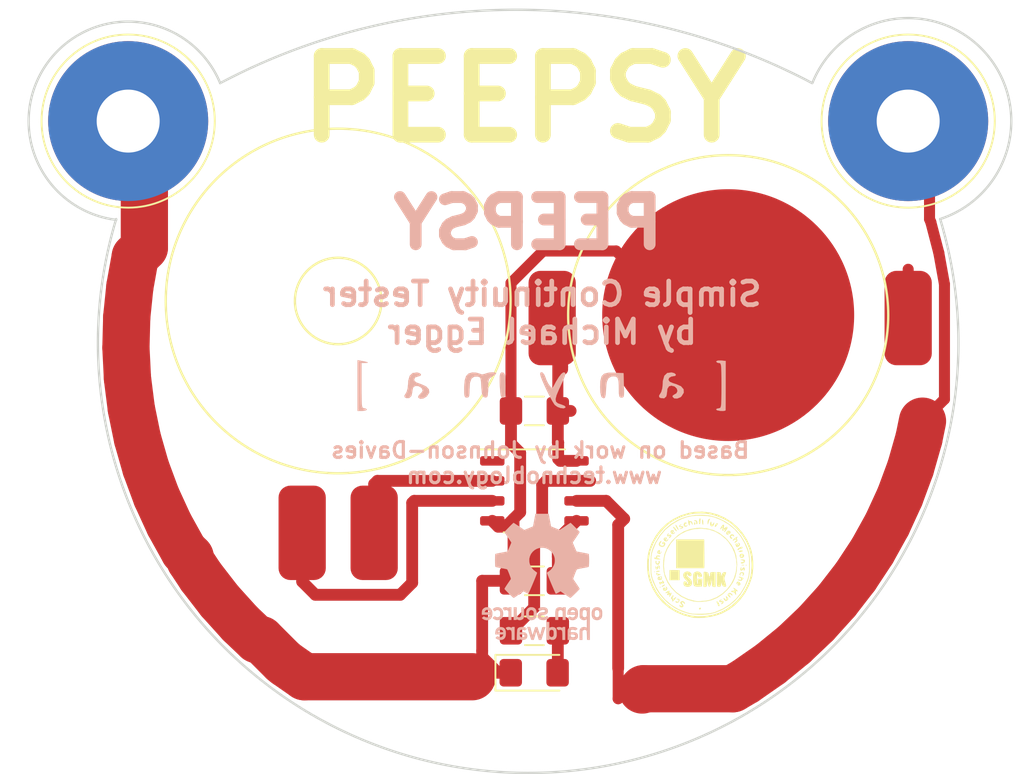
<source format=kicad_pcb>
(kicad_pcb (version 20171130) (host pcbnew "(5.0.1-3-g963ef8bb5)")

  (general
    (thickness 1.6)
    (drawings 11)
    (tracks 113)
    (zones 0)
    (modules 12)
    (nets 9)
  )

  (page A4)
  (layers
    (0 F.Cu signal)
    (31 B.Cu signal)
    (32 B.Adhes user)
    (33 F.Adhes user)
    (34 B.Paste user)
    (35 F.Paste user)
    (36 B.SilkS user)
    (37 F.SilkS user)
    (38 B.Mask user)
    (39 F.Mask user)
    (40 Dwgs.User user)
    (41 Cmts.User user)
    (42 Eco1.User user)
    (43 Eco2.User user)
    (44 Edge.Cuts user)
    (45 Margin user hide)
    (46 B.CrtYd user hide)
    (47 F.CrtYd user hide)
    (48 B.Fab user hide)
    (49 F.Fab user hide)
  )

  (setup
    (last_trace_width 0.75)
    (trace_clearance 0.2)
    (zone_clearance 0.508)
    (zone_45_only no)
    (trace_min 0.2)
    (segment_width 0.2)
    (edge_width 0.15)
    (via_size 0.8)
    (via_drill 0.4)
    (via_min_size 0.4)
    (via_min_drill 0.3)
    (uvia_size 0.3)
    (uvia_drill 0.1)
    (uvias_allowed no)
    (uvia_min_size 0.2)
    (uvia_min_drill 0.1)
    (pcb_text_width 0.3)
    (pcb_text_size 1.5 1.5)
    (mod_edge_width 0.15)
    (mod_text_size 1 1)
    (mod_text_width 0.15)
    (pad_size 10.16 10.16)
    (pad_drill 4)
    (pad_to_mask_clearance 0.051)
    (solder_mask_min_width 0.25)
    (aux_axis_origin 0 0)
    (grid_origin 124.46 34.925)
    (visible_elements FFFFF77F)
    (pcbplotparams
      (layerselection 0x010fc_ffffffff)
      (usegerberextensions false)
      (usegerberattributes false)
      (usegerberadvancedattributes false)
      (creategerberjobfile false)
      (excludeedgelayer true)
      (linewidth 0.100000)
      (plotframeref false)
      (viasonmask false)
      (mode 1)
      (useauxorigin false)
      (hpglpennumber 1)
      (hpglpenspeed 20)
      (hpglpendiameter 15.000000)
      (psnegative false)
      (psa4output false)
      (plotreference true)
      (plotvalue true)
      (plotinvisibletext false)
      (padsonsilk false)
      (subtractmaskfromsilk false)
      (outputformat 1)
      (mirror false)
      (drillshape 0)
      (scaleselection 1)
      (outputdirectory ""))
  )

  (net 0 "")
  (net 1 VCC)
  (net 2 GND)
  (net 3 "Net-(D1-Pad2)")
  (net 4 "Net-(LS1-Pad1)")
  (net 5 "Net-(LS1-Pad2)")
  (net 6 "Net-(R1-Pad2)")
  (net 7 "Net-(R2-Pad2)")
  (net 8 /Probe)

  (net_class Default "This is the default net class."
    (clearance 0.2)
    (trace_width 0.75)
    (via_dia 0.8)
    (via_drill 0.4)
    (uvia_dia 0.3)
    (uvia_drill 0.1)
    (add_net /Probe)
    (add_net GND)
    (add_net "Net-(D1-Pad2)")
    (add_net "Net-(LS1-Pad1)")
    (add_net "Net-(LS1-Pad2)")
    (add_net "Net-(R1-Pad2)")
    (add_net "Net-(R2-Pad2)")
    (add_net VCC)
  )

  (module LED_SMD:LED_1206_3216Metric_Pad1.42x1.75mm_HandSolder (layer F.Cu) (tedit 5C697F2D) (tstamp 5C71F118)
    (at 124.841 117.602)
    (descr "LED SMD 1206 (3216 Metric), square (rectangular) end terminal, IPC_7351 nominal, (Body size source: http://www.tortai-tech.com/upload/download/2011102023233369053.pdf), generated with kicad-footprint-generator")
    (tags "LED handsolder")
    (path /5C56CFA9)
    (attr smd)
    (fp_text reference "" (at 0 -1.82) (layer F.SilkS)
      (effects (font (size 1 1) (thickness 0.15)))
    )
    (fp_text value Signal (at 0 1.82) (layer F.Fab)
      (effects (font (size 1 1) (thickness 0.15)))
    )
    (fp_line (start 1.6 -0.8) (end -1.2 -0.8) (layer F.Fab) (width 0.1))
    (fp_line (start -1.2 -0.8) (end -1.6 -0.4) (layer F.Fab) (width 0.1))
    (fp_line (start -1.6 -0.4) (end -1.6 0.8) (layer F.Fab) (width 0.1))
    (fp_line (start -1.6 0.8) (end 1.6 0.8) (layer F.Fab) (width 0.1))
    (fp_line (start 1.6 0.8) (end 1.6 -0.8) (layer F.Fab) (width 0.1))
    (fp_line (start 1.6 -1.135) (end -2.46 -1.135) (layer F.SilkS) (width 0.12))
    (fp_line (start -2.46 -1.135) (end -2.46 1.135) (layer F.SilkS) (width 0.12))
    (fp_line (start -2.46 1.135) (end 1.6 1.135) (layer F.SilkS) (width 0.12))
    (fp_line (start -2.45 1.12) (end -2.45 -1.12) (layer F.CrtYd) (width 0.05))
    (fp_line (start -2.45 -1.12) (end 2.45 -1.12) (layer F.CrtYd) (width 0.05))
    (fp_line (start 2.45 -1.12) (end 2.45 1.12) (layer F.CrtYd) (width 0.05))
    (fp_line (start 2.45 1.12) (end -2.45 1.12) (layer F.CrtYd) (width 0.05))
    (fp_text user %R (at 0 0) (layer F.Fab)
      (effects (font (size 0.8 0.8) (thickness 0.12)))
    )
    (pad 1 smd roundrect (at -1.4875 0) (size 1.425 1.75) (layers F.Cu F.Paste F.Mask) (roundrect_rratio 0.175439)
      (net 2 GND))
    (pad 2 smd roundrect (at 1.4875 0) (size 1.425 1.75) (layers F.Cu F.Paste F.Mask) (roundrect_rratio 0.175439)
      (net 3 "Net-(D1-Pad2)"))
    (model ${KISYS3DMOD}/LED_SMD.3dshapes/LED_1206_3216Metric.wrl
      (at (xyz 0 0 0))
      (scale (xyz 1 1 1))
      (rotate (xyz 0 0 0))
    )
  )

  (module Resistor_SMD:R_1206_3216Metric_Pad1.42x1.75mm_HandSolder (layer F.Cu) (tedit 5C697F31) (tstamp 5C72150E)
    (at 124.855 111.76)
    (descr "Resistor SMD 1206 (3216 Metric), square (rectangular) end terminal, IPC_7351 nominal with elongated pad for handsoldering. (Body size source: http://www.tortai-tech.com/upload/download/2011102023233369053.pdf), generated with kicad-footprint-generator")
    (tags "resistor handsolder")
    (path /5C56C3AA)
    (attr smd)
    (fp_text reference "" (at 0 -1.82) (layer F.SilkS)
      (effects (font (size 1 1) (thickness 0.15)))
    )
    (fp_text value R (at 0 1.82) (layer F.Fab)
      (effects (font (size 1 1) (thickness 0.15)))
    )
    (fp_line (start -1.6 0.8) (end -1.6 -0.8) (layer F.Fab) (width 0.1))
    (fp_line (start -1.6 -0.8) (end 1.6 -0.8) (layer F.Fab) (width 0.1))
    (fp_line (start 1.6 -0.8) (end 1.6 0.8) (layer F.Fab) (width 0.1))
    (fp_line (start 1.6 0.8) (end -1.6 0.8) (layer F.Fab) (width 0.1))
    (fp_line (start -0.602064 -0.91) (end 0.602064 -0.91) (layer F.SilkS) (width 0.12))
    (fp_line (start -0.602064 0.91) (end 0.602064 0.91) (layer F.SilkS) (width 0.12))
    (fp_line (start -2.45 1.12) (end -2.45 -1.12) (layer F.CrtYd) (width 0.05))
    (fp_line (start -2.45 -1.12) (end 2.45 -1.12) (layer F.CrtYd) (width 0.05))
    (fp_line (start 2.45 -1.12) (end 2.45 1.12) (layer F.CrtYd) (width 0.05))
    (fp_line (start 2.45 1.12) (end -2.45 1.12) (layer F.CrtYd) (width 0.05))
    (fp_text user %R (at 0 0) (layer F.Fab)
      (effects (font (size 0.8 0.8) (thickness 0.12)))
    )
    (pad 1 smd roundrect (at -1.4875 0) (size 1.425 1.75) (layers F.Cu F.Paste F.Mask) (roundrect_rratio 0.175439)
      (net 2 GND))
    (pad 2 smd roundrect (at 1.4875 0) (size 1.425 1.75) (layers F.Cu F.Paste F.Mask) (roundrect_rratio 0.175439)
      (net 6 "Net-(R1-Pad2)"))
    (model ${KISYS3DMOD}/Resistor_SMD.3dshapes/R_1206_3216Metric.wrl
      (at (xyz 0 0 0))
      (scale (xyz 1 1 1))
      (rotate (xyz 0 0 0))
    )
  )

  (module Resistor_SMD:R_1206_3216Metric_Pad1.42x1.75mm_HandSolder (layer F.Cu) (tedit 5C697F2A) (tstamp 5C721580)
    (at 124.855 114.935 180)
    (descr "Resistor SMD 1206 (3216 Metric), square (rectangular) end terminal, IPC_7351 nominal with elongated pad for handsoldering. (Body size source: http://www.tortai-tech.com/upload/download/2011102023233369053.pdf), generated with kicad-footprint-generator")
    (tags "resistor handsolder")
    (path /5C56CBBB)
    (attr smd)
    (fp_text reference "" (at 0 -1.82 180) (layer F.SilkS)
      (effects (font (size 1 1) (thickness 0.15)))
    )
    (fp_text value R (at 0 1.82 180) (layer F.Fab)
      (effects (font (size 1 1) (thickness 0.15)))
    )
    (fp_text user %R (at 0 0 180) (layer F.Fab)
      (effects (font (size 0.8 0.8) (thickness 0.12)))
    )
    (fp_line (start 2.45 1.12) (end -2.45 1.12) (layer F.CrtYd) (width 0.05))
    (fp_line (start 2.45 -1.12) (end 2.45 1.12) (layer F.CrtYd) (width 0.05))
    (fp_line (start -2.45 -1.12) (end 2.45 -1.12) (layer F.CrtYd) (width 0.05))
    (fp_line (start -2.45 1.12) (end -2.45 -1.12) (layer F.CrtYd) (width 0.05))
    (fp_line (start -0.602064 0.91) (end 0.602064 0.91) (layer F.SilkS) (width 0.12))
    (fp_line (start -0.602064 -0.91) (end 0.602064 -0.91) (layer F.SilkS) (width 0.12))
    (fp_line (start 1.6 0.8) (end -1.6 0.8) (layer F.Fab) (width 0.1))
    (fp_line (start 1.6 -0.8) (end 1.6 0.8) (layer F.Fab) (width 0.1))
    (fp_line (start -1.6 -0.8) (end 1.6 -0.8) (layer F.Fab) (width 0.1))
    (fp_line (start -1.6 0.8) (end -1.6 -0.8) (layer F.Fab) (width 0.1))
    (pad 2 smd roundrect (at 1.4875 0 180) (size 1.425 1.75) (layers F.Cu F.Paste F.Mask) (roundrect_rratio 0.175439)
      (net 7 "Net-(R2-Pad2)"))
    (pad 1 smd roundrect (at -1.4875 0 180) (size 1.425 1.75) (layers F.Cu F.Paste F.Mask) (roundrect_rratio 0.175439)
      (net 3 "Net-(D1-Pad2)"))
    (model ${KISYS3DMOD}/Resistor_SMD.3dshapes/R_1206_3216Metric.wrl
      (at (xyz 0 0 0))
      (scale (xyz 1 1 1))
      (rotate (xyz 0 0 0))
    )
  )

  (module Package_SO:SSOP-8_3.9x5.05mm_P1.27mm (layer F.Cu) (tedit 5C697F4D) (tstamp 5C7E4597)
    (at 124.855 106.045)
    (descr "SSOP, 8 Pin (http://www.fujitsu.com/downloads/MICRO/fsa/pdf/products/memory/fram/MB85RS16-DS501-00014-6v0-E.pdf), generated with kicad-footprint-generator ipc_gullwing_generator.py")
    (tags "SSOP SO")
    (path /5C56BD07)
    (attr smd)
    (fp_text reference "" (at 0 -3.48) (layer F.SilkS)
      (effects (font (size 1 1) (thickness 0.15)))
    )
    (fp_text value ATtiny85-20SU (at 0 3.48) (layer F.Fab)
      (effects (font (size 1 1) (thickness 0.15)))
    )
    (fp_text user %R (at 0 0) (layer F.Fab)
      (effects (font (size 0.98 0.98) (thickness 0.15)))
    )
    (fp_line (start 3.7 -2.78) (end -3.7 -2.78) (layer F.CrtYd) (width 0.05))
    (fp_line (start 3.7 2.78) (end 3.7 -2.78) (layer F.CrtYd) (width 0.05))
    (fp_line (start -3.7 2.78) (end 3.7 2.78) (layer F.CrtYd) (width 0.05))
    (fp_line (start -3.7 -2.78) (end -3.7 2.78) (layer F.CrtYd) (width 0.05))
    (fp_line (start -1.95 -1.55) (end -0.975 -2.525) (layer F.Fab) (width 0.1))
    (fp_line (start -1.95 2.525) (end -1.95 -1.55) (layer F.Fab) (width 0.1))
    (fp_line (start 1.95 2.525) (end -1.95 2.525) (layer F.Fab) (width 0.1))
    (fp_line (start 1.95 -2.525) (end 1.95 2.525) (layer F.Fab) (width 0.1))
    (fp_line (start -0.975 -2.525) (end 1.95 -2.525) (layer F.Fab) (width 0.1))
    (fp_line (start 0 -2.635) (end -3.45 -2.635) (layer F.SilkS) (width 0.12))
    (fp_line (start 0 -2.635) (end 1.95 -2.635) (layer F.SilkS) (width 0.12))
    (fp_line (start 0 2.635) (end -1.95 2.635) (layer F.SilkS) (width 0.12))
    (fp_line (start 0 2.635) (end 1.95 2.635) (layer F.SilkS) (width 0.12))
    (fp_line (start 0 2.635) (end 0 2.635) (layer B.Fab) (width 0.12))
    (pad 8 smd roundrect (at 2.675 -1.905) (size 1.55 0.6) (layers F.Cu F.Paste F.Mask) (roundrect_rratio 0.25)
      (net 1 VCC))
    (pad 7 smd roundrect (at 2.675 -0.635) (size 1.55 0.6) (layers F.Cu F.Paste F.Mask) (roundrect_rratio 0.25)
      (net 7 "Net-(R2-Pad2)"))
    (pad 6 smd roundrect (at 2.675 0.635) (size 1.55 0.6) (layers F.Cu F.Paste F.Mask) (roundrect_rratio 0.25)
      (net 8 /Probe))
    (pad 5 smd roundrect (at 2.675 1.905) (size 1.55 0.6) (layers F.Cu F.Paste F.Mask) (roundrect_rratio 0.25)
      (net 6 "Net-(R1-Pad2)"))
    (pad 4 smd roundrect (at -2.675 1.905) (size 1.55 0.6) (layers F.Cu F.Paste F.Mask) (roundrect_rratio 0.25)
      (net 2 GND))
    (pad 3 smd roundrect (at -2.675 0.635) (size 1.55 0.6) (layers F.Cu F.Paste F.Mask) (roundrect_rratio 0.25)
      (net 5 "Net-(LS1-Pad2)"))
    (pad 2 smd roundrect (at -2.675 -0.635) (size 1.55 0.6) (layers F.Cu F.Paste F.Mask) (roundrect_rratio 0.25)
      (net 4 "Net-(LS1-Pad1)"))
    (pad 1 smd roundrect (at -2.675 -1.905) (size 1.55 0.6) (layers F.Cu F.Paste F.Mask) (roundrect_rratio 0.25))
    (model ${KISYS3DMOD}/Package_SO.3dshapes/SSOP-8_3.9x5.05mm_P1.27mm.wrl
      (at (xyz 0 0 0))
      (scale (xyz 1 1 1))
      (rotate (xyz 0 0 0))
    )
  )

  (module Capacitor_SMD:C_1206_3216Metric_Pad1.42x1.75mm_HandSolder (layer F.Cu) (tedit 5C697F4A) (tstamp 5C71F105)
    (at 124.855 100.965 180)
    (descr "Capacitor SMD 1206 (3216 Metric), square (rectangular) end terminal, IPC_7351 nominal with elongated pad for handsoldering. (Body size source: http://www.tortai-tech.com/upload/download/2011102023233369053.pdf), generated with kicad-footprint-generator")
    (tags "capacitor handsolder")
    (path /5C56BD70)
    (attr smd)
    (fp_text reference "" (at 0 -1.82 180) (layer F.SilkS)
      (effects (font (size 1 1) (thickness 0.15)))
    )
    (fp_text value C (at 0 1.82 180) (layer F.Fab)
      (effects (font (size 1 1) (thickness 0.15)))
    )
    (fp_line (start -1.6 0.8) (end -1.6 -0.8) (layer F.Fab) (width 0.1))
    (fp_line (start -1.6 -0.8) (end 1.6 -0.8) (layer F.Fab) (width 0.1))
    (fp_line (start 1.6 -0.8) (end 1.6 0.8) (layer F.Fab) (width 0.1))
    (fp_line (start 1.6 0.8) (end -1.6 0.8) (layer F.Fab) (width 0.1))
    (fp_line (start -0.602064 -0.91) (end 0.602064 -0.91) (layer F.SilkS) (width 0.12))
    (fp_line (start -0.602064 0.91) (end 0.602064 0.91) (layer F.SilkS) (width 0.12))
    (fp_line (start -2.45 1.12) (end -2.45 -1.12) (layer F.CrtYd) (width 0.05))
    (fp_line (start -2.45 -1.12) (end 2.45 -1.12) (layer F.CrtYd) (width 0.05))
    (fp_line (start 2.45 -1.12) (end 2.45 1.12) (layer F.CrtYd) (width 0.05))
    (fp_line (start 2.45 1.12) (end -2.45 1.12) (layer F.CrtYd) (width 0.05))
    (fp_text user %R (at 0 0 180) (layer F.Fab)
      (effects (font (size 0.8 0.8) (thickness 0.12)))
    )
    (pad 1 smd roundrect (at -1.4875 0 180) (size 1.425 1.75) (layers F.Cu F.Paste F.Mask) (roundrect_rratio 0.175439)
      (net 1 VCC))
    (pad 2 smd roundrect (at 1.4875 0 180) (size 1.425 1.75) (layers F.Cu F.Paste F.Mask) (roundrect_rratio 0.175439)
      (net 2 GND))
    (model ${KISYS3DMOD}/Capacitor_SMD.3dshapes/C_1206_3216Metric.wrl
      (at (xyz 0 0 0))
      (scale (xyz 1 1 1))
      (rotate (xyz 0 0 0))
    )
  )

  (module Connector:Banana_Jack_1Pin (layer F.Cu) (tedit 5C697F38) (tstamp 5C697A7B)
    (at 148.59 82.55)
    (descr "Single banana socket, footprint - 6mm drill")
    (tags "banana socket")
    (path /5C56C5D8)
    (fp_text reference "" (at 0 -6.5) (layer F.SilkS)
      (effects (font (size 1 1) (thickness 0.15)))
    )
    (fp_text value Probe (at -0.25 6.5) (layer F.Fab)
      (effects (font (size 1 1) (thickness 0.15)))
    )
    (fp_text user %R (at 0 0) (layer F.Fab)
      (effects (font (size 0.8 0.8) (thickness 0.12)))
    )
    (fp_circle (center 0 0) (end 5.75 0) (layer F.CrtYd) (width 0.05))
    (fp_circle (center 0 0) (end 2 0) (layer F.Fab) (width 0.1))
    (fp_circle (center 0 0) (end 4.85 0.05) (layer F.Fab) (width 0.1))
    (fp_circle (center 0 0) (end 5.5 0) (layer F.SilkS) (width 0.12))
    (pad 1 thru_hole circle (at 0 0) (size 10.16 10.16) (drill 4) (layers *.Cu *.Mask)
      (net 8 /Probe))
    (model ${KISYS3DMOD}/Connector.3dshapes/Banana_Jack_1Pin.wrl
      (at (xyz 0 0 0))
      (scale (xyz 2 2 2))
      (rotate (xyz 0 0 0))
    )
  )

  (module Connector:Banana_Jack_1Pin (layer F.Cu) (tedit 5C697F3C) (tstamp 5C697AE1)
    (at 99.06 82.55)
    (descr "Single banana socket, footprint - 6mm drill")
    (tags "banana socket")
    (path /5C56FB44)
    (fp_text reference "" (at 0 -6.5) (layer F.SilkS)
      (effects (font (size 1 1) (thickness 0.15)))
    )
    (fp_text value Probe (at -0.25 6.5) (layer F.Fab)
      (effects (font (size 1 1) (thickness 0.15)))
    )
    (fp_circle (center 0 0) (end 5.5 0) (layer F.SilkS) (width 0.12))
    (fp_circle (center 0 0) (end 4.85 0.05) (layer F.Fab) (width 0.1))
    (fp_circle (center 0 0) (end 2 0) (layer F.Fab) (width 0.1))
    (fp_circle (center 0 0) (end 5.75 0) (layer F.CrtYd) (width 0.05))
    (fp_text user %R (at 0 0) (layer F.Fab)
      (effects (font (size 0.8 0.8) (thickness 0.12)))
    )
    (pad 1 thru_hole circle (at 0 0) (size 10.16 10.16) (drill 4) (layers *.Cu *.Mask)
      (net 2 GND))
    (model ${KISYS3DMOD}/Connector.3dshapes/Banana_Jack_1Pin.wrl
      (at (xyz 0 0 0))
      (scale (xyz 2 2 2))
      (rotate (xyz 0 0 0))
    )
  )

  (module "solderpad_3:Battery 2032 DIY" (layer F.Cu) (tedit 5C697F45) (tstamp 5C7E4589)
    (at 137.16 95.0635)
    (path /5C56C098)
    (fp_text reference "" (at 0.508 -11.176) (layer F.SilkS)
      (effects (font (size 1 1) (thickness 0.15)))
    )
    (fp_text value Battery_Cell (at 0.254 11.176) (layer F.Fab)
      (effects (font (size 1 1) (thickness 0.15)))
    )
    (fp_circle (center 0 -0.1865) (end 10.16 0.0675) (layer F.SilkS) (width 0.15))
    (pad 1 smd roundrect (at -11.176 0 90) (size 6 3) (layers F.Cu F.Paste F.Mask) (roundrect_rratio 0.25)
      (net 1 VCC))
    (pad 2 smd circle (at 0 -0.1865) (size 16 16) (layers F.Cu F.Paste F.Mask)
      (net 2 GND))
    (pad 1 smd roundrect (at 11.43 0 90) (size 6 3) (layers F.Cu F.Paste F.Mask) (roundrect_rratio 0.25)
      (net 1 VCC))
  )

  (module "solderpad_3:piezo smd" (layer F.Cu) (tedit 5C697F41) (tstamp 5C7E4590)
    (at 112.395 93.98 270)
    (path /5C56DA39)
    (fp_text reference "" (at 0 0.5 270) (layer F.SilkS)
      (effects (font (size 1 1) (thickness 0.15)))
    )
    (fp_text value Speaker_Crystal (at 0 -0.5 270) (layer F.Fab)
      (effects (font (size 1 1) (thickness 0.15)))
    )
    (fp_circle (center 0 0) (end 10.922 -0.762) (layer F.SilkS) (width 0.15))
    (fp_circle (center 0 0) (end 2.286 1.524) (layer F.SilkS) (width 0.15))
    (pad 1 smd roundrect (at 14.732 -2.286 90) (size 6 3) (layers F.Cu F.Paste F.Mask) (roundrect_rratio 0.25)
      (net 4 "Net-(LS1-Pad1)"))
    (pad 2 smd roundrect (at 14.732 2.286 90) (size 6 3) (layers F.Cu F.Paste F.Mask) (roundrect_rratio 0.25)
      (net 5 "Net-(LS1-Pad2)"))
  )

  (module anyma_footprints:logo_sgmk (layer F.Cu) (tedit 0) (tstamp 5C69857F)
    (at 135.382 110.744)
    (fp_text reference G*** (at 0 0) (layer F.SilkS) hide
      (effects (font (size 1.524 1.524) (thickness 0.3)))
    )
    (fp_text value logo_sgmk (at 0.75 0) (layer F.SilkS) hide
      (effects (font (size 1.524 1.524) (thickness 0.3)))
    )
    (fp_poly (pts (xy 0.629786 -3.322891) (xy 1.107277 -3.191766) (xy 1.559662 -2.991428) (xy 1.979416 -2.727016)
      (xy 2.359015 -2.403671) (xy 2.690934 -2.026529) (xy 2.967649 -1.600731) (xy 3.181636 -1.131415)
      (xy 3.264976 -0.874175) (xy 3.323198 -0.591392) (xy 3.356959 -0.262813) (xy 3.365909 0.082713)
      (xy 3.349698 0.416337) (xy 3.307977 0.70921) (xy 3.285326 0.803945) (xy 3.107614 1.306567)
      (xy 2.864454 1.771561) (xy 2.562718 2.190704) (xy 2.209277 2.555773) (xy 1.811003 2.858543)
      (xy 1.374767 3.090791) (xy 1.374282 3.090999) (xy 1.036973 3.210371) (xy 0.662245 3.300358)
      (xy 0.275679 3.357506) (xy -0.097145 3.378356) (xy -0.430646 3.359455) (xy -0.51516 3.346263)
      (xy -1.052491 3.207397) (xy -1.546966 2.99807) (xy -1.993908 2.722495) (xy -2.38864 2.384885)
      (xy -2.726483 1.989454) (xy -3.002761 1.540416) (xy -3.212796 1.041982) (xy -3.266644 0.867834)
      (xy -3.333672 0.535461) (xy -3.365447 0.158025) (xy -3.363178 -0.096992) (xy -3.270201 -0.096992)
      (xy -3.26102 0.293725) (xy -3.215573 0.658798) (xy -3.179759 0.819158) (xy -3.01873 1.275623)
      (xy -2.788163 1.709925) (xy -2.498295 2.109109) (xy -2.159365 2.460221) (xy -1.78161 2.750308)
      (xy -1.545166 2.887336) (xy -1.089034 3.08941) (xy -0.64493 3.217785) (xy -0.19588 3.274726)
      (xy 0.275089 3.262499) (xy 0.740834 3.192409) (xy 1.180088 3.062825) (xy 1.605087 2.857825)
      (xy 2.003891 2.586624) (xy 2.364558 2.258442) (xy 2.675147 1.882494) (xy 2.890416 1.533102)
      (xy 3.065039 1.161207) (xy 3.181029 0.808041) (xy 3.246056 0.442447) (xy 3.267791 0.03327)
      (xy 3.26789 0) (xy 3.232919 -0.521167) (xy 3.126056 -1.001951) (xy 2.944378 -1.449384)
      (xy 2.684961 -1.8705) (xy 2.34488 -2.272332) (xy 2.307167 -2.310874) (xy 2.128617 -2.48633)
      (xy 1.980432 -2.616755) (xy 1.837163 -2.72078) (xy 1.67336 -2.817037) (xy 1.481667 -2.915234)
      (xy 1.092513 -3.085812) (xy 0.725181 -3.197009) (xy 0.349304 -3.256113) (xy 0 -3.270838)
      (xy -0.407063 -3.250322) (xy -0.77974 -3.183915) (xy -1.148399 -3.064329) (xy -1.481666 -2.915234)
      (xy -1.687075 -2.809589) (xy -1.848429 -2.713396) (xy -1.991179 -2.608022) (xy -2.140775 -2.474835)
      (xy -2.307166 -2.310874) (xy -2.657749 -1.903842) (xy -2.929747 -1.468756) (xy -3.126004 -1.000755)
      (xy -3.179759 -0.819157) (xy -3.243113 -0.479302) (xy -3.270201 -0.096992) (xy -3.363178 -0.096992)
      (xy -3.361971 -0.232559) (xy -3.323244 -0.604375) (xy -3.26661 -0.867833) (xy -3.08129 -1.376715)
      (xy -2.827654 -1.839642) (xy -2.51146 -2.251667) (xy -2.138466 -2.607841) (xy -1.71443 -2.903214)
      (xy -1.24511 -3.132838) (xy -0.736264 -3.291764) (xy -0.370417 -3.356951) (xy 0.134713 -3.379666)
      (xy 0.629786 -3.322891)) (layer F.SilkS) (width 0.01))
    (fp_poly (pts (xy 0.55692 -3.139359) (xy 0.616642 -3.129136) (xy 1.067271 -3.005446) (xy 1.501883 -2.806614)
      (xy 1.907791 -2.542104) (xy 2.272302 -2.221375) (xy 2.582727 -1.853889) (xy 2.800056 -1.501321)
      (xy 2.931071 -1.237407) (xy 3.025497 -1.013273) (xy 3.089073 -0.804447) (xy 3.127537 -0.586459)
      (xy 3.146628 -0.334834) (xy 3.152084 -0.025103) (xy 3.152104 0) (xy 3.147453 0.313807)
      (xy 3.129678 0.567883) (xy 3.093047 0.786841) (xy 3.031828 0.995292) (xy 2.940288 1.21785)
      (xy 2.812696 1.479126) (xy 2.803373 1.497343) (xy 2.546666 1.907666) (xy 2.223789 2.275439)
      (xy 1.846183 2.591947) (xy 1.425289 2.848475) (xy 0.972549 3.03631) (xy 0.680008 3.114631)
      (xy 0.439158 3.149383) (xy 0.148832 3.16667) (xy -0.158288 3.166552) (xy -0.449521 3.149088)
      (xy -0.692185 3.114336) (xy -0.702532 3.11213) (xy -1.175245 2.966245) (xy -1.621277 2.740862)
      (xy -2.037312 2.43786) (xy -2.264833 2.226008) (xy -2.561384 1.887184) (xy -2.795203 1.528806)
      (xy -2.98251 1.124602) (xy -3.037924 0.973667) (xy -3.081735 0.839506) (xy -3.112321 0.718677)
      (xy -3.132096 0.590767) (xy -3.14347 0.435364) (xy -3.148856 0.232056) (xy -3.150475 0.021167)
      (xy -3.150257 0) (xy -3.1115 0) (xy -3.109708 0.257743) (xy -3.102838 0.451639)
      (xy -3.088644 0.602459) (xy -3.064883 0.730977) (xy -3.02931 0.857964) (xy -3.013613 0.906015)
      (xy -2.806659 1.401053) (xy -2.536935 1.843755) (xy -2.208754 2.229785) (xy -1.826428 2.554805)
      (xy -1.394271 2.814478) (xy -0.931333 2.999891) (xy -0.767893 3.049821) (xy -0.636275 3.084321)
      (xy -0.514797 3.105755) (xy -0.381776 3.116487) (xy -0.21553 3.118878) (xy 0.005623 3.115292)
      (xy 0.105834 3.11292) (xy 0.373375 3.102822) (xy 0.579162 3.085476) (xy 0.745999 3.057932)
      (xy 0.896689 3.017236) (xy 0.929938 3.006224) (xy 1.427859 2.794989) (xy 1.869786 2.520543)
      (xy 2.253762 2.184858) (xy 2.577826 1.789905) (xy 2.840019 1.337657) (xy 3.012608 0.910167)
      (xy 3.05323 0.777427) (xy 3.08114 0.651357) (xy 3.098606 0.511072) (xy 3.1079 0.335688)
      (xy 3.111288 0.10432) (xy 3.1115 0) (xy 3.109725 -0.257461) (xy 3.102889 -0.451187)
      (xy 3.08872 -0.602062) (xy 3.064951 -0.73097) (xy 3.029312 -0.858797) (xy 3.012608 -0.910166)
      (xy 2.804497 -1.409439) (xy 2.532869 -1.85344) (xy 2.200046 -2.23983) (xy 1.80835 -2.566271)
      (xy 1.360102 -2.830427) (xy 0.931334 -3.005939) (xy 0.738429 -3.058309) (xy 0.51162 -3.093922)
      (xy 0.228526 -3.116029) (xy 0.148167 -3.119752) (xy -0.233033 -3.122375) (xy -0.561863 -3.092068)
      (xy -0.866051 -3.023348) (xy -1.173322 -2.910732) (xy -1.372162 -2.819095) (xy -1.820031 -2.554955)
      (xy -2.209177 -2.230015) (xy -2.538709 -1.845317) (xy -2.807732 -1.401901) (xy -3.013613 -0.906015)
      (xy -3.053862 -0.774642) (xy -3.081512 -0.649027) (xy -3.098807 -0.508397) (xy -3.107991 -0.331981)
      (xy -3.111309 -0.099006) (xy -3.1115 0) (xy -3.150257 0) (xy -3.147215 -0.294999)
      (xy -3.131545 -0.549802) (xy -3.098623 -0.766205) (xy -3.043606 -0.967173) (xy -2.961652 -1.175671)
      (xy -2.847915 -1.414662) (xy -2.847483 -1.415525) (xy -2.577138 -1.867036) (xy -2.249757 -2.256092)
      (xy -1.864541 -2.583425) (xy -1.420687 -2.849767) (xy -1.140888 -2.974675) (xy -0.752207 -3.093045)
      (xy -0.321154 -3.161577) (xy 0.124483 -3.177829) (xy 0.55692 -3.139359)) (layer F.SilkS) (width 0.01))
    (fp_poly (pts (xy 0.042334 2.769306) (xy 0.008249 2.827622) (xy -0.024694 2.836334) (xy -0.074067 2.811719)
      (xy -0.074965 2.786063) (xy -0.032829 2.730159) (xy 0.017898 2.723051) (xy 0.042334 2.769306)) (layer F.SilkS) (width 0.01))
    (fp_poly (pts (xy -1.065098 2.324718) (xy -1.063272 2.32569) (xy -0.993729 2.390605) (xy -0.974954 2.44624)
      (xy -0.980175 2.495668) (xy -1.003596 2.471313) (xy -1.019391 2.44475) (xy -1.082517 2.38323)
      (xy -1.123937 2.370667) (xy -1.179185 2.388097) (xy -1.164348 2.443823) (xy -1.116699 2.50334)
      (xy -1.0663 2.597729) (xy -1.086036 2.669439) (xy -1.161509 2.700516) (xy -1.259416 2.681297)
      (xy -1.306244 2.62574) (xy -1.312333 2.591506) (xy -1.300699 2.54762) (xy -1.261533 2.573867)
      (xy -1.181826 2.619212) (xy -1.148321 2.624667) (xy -1.121547 2.60708) (xy -1.158212 2.548945)
      (xy -1.186153 2.517961) (xy -1.249864 2.441752) (xy -1.257327 2.392419) (xy -1.219638 2.344495)
      (xy -1.148872 2.300968) (xy -1.065098 2.324718)) (layer F.SilkS) (width 0.01))
    (fp_poly (pts (xy 1.126262 2.363818) (xy 1.180327 2.447144) (xy 1.217889 2.54362) (xy 1.221328 2.618345)
      (xy 1.186485 2.626283) (xy 1.151914 2.599329) (xy 1.119152 2.551072) (xy 1.125033 2.54)
      (xy 1.124625 2.509926) (xy 1.085405 2.437255) (xy 1.083393 2.434167) (xy 1.041409 2.359069)
      (xy 1.051472 2.33076) (xy 1.073388 2.328334) (xy 1.126262 2.363818)) (layer F.SilkS) (width 0.01))
    (fp_poly (pts (xy 1.363827 2.215156) (xy 1.381767 2.234092) (xy 1.344084 2.240325) (xy 1.281173 2.263591)
      (xy 1.27 2.286807) (xy 1.304802 2.310791) (xy 1.375834 2.303384) (xy 1.454536 2.295584)
      (xy 1.480586 2.337512) (xy 1.481667 2.361548) (xy 1.452119 2.443056) (xy 1.414704 2.471971)
      (xy 1.332928 2.495584) (xy 1.322924 2.47833) (xy 1.373341 2.43282) (xy 1.426527 2.387659)
      (xy 1.408169 2.37228) (xy 1.34409 2.370667) (xy 1.252511 2.357856) (xy 1.209465 2.33313)
      (xy 1.215902 2.279774) (xy 1.271065 2.230455) (xy 1.34175 2.210551) (xy 1.363827 2.215156)) (layer F.SilkS) (width 0.01))
    (fp_poly (pts (xy -1.341561 2.170627) (xy -1.3165 2.216729) (xy -1.320105 2.275417) (xy -1.360209 2.364301)
      (xy -1.436053 2.41166) (xy -1.516967 2.401729) (xy -1.536325 2.386564) (xy -1.567658 2.33081)
      (xy -1.547122 2.306377) (xy -1.504688 2.326794) (xy -1.432736 2.357224) (xy -1.398854 2.350646)
      (xy -1.355394 2.288976) (xy -1.379776 2.224145) (xy -1.449916 2.188876) (xy -1.504076 2.175553)
      (xy -1.480253 2.168148) (xy -1.425938 2.164765) (xy -1.341561 2.170627)) (layer F.SilkS) (width 0.01))
    (fp_poly (pts (xy -1.701841 1.942976) (xy -1.711845 2.014377) (xy -1.735309 2.052736) (xy -1.772808 2.127531)
      (xy -1.749641 2.165327) (xy -1.685645 2.155346) (xy -1.625367 2.112471) (xy -1.552965 2.05372)
      (xy -1.528345 2.05347) (xy -1.549073 2.102055) (xy -1.612719 2.189808) (xy -1.658384 2.243667)
      (xy -1.728843 2.314982) (xy -1.76315 2.331874) (xy -1.761762 2.312371) (xy -1.768611 2.220514)
      (xy -1.804031 2.181845) (xy -1.847186 2.140157) (xy -1.84299 2.09101) (xy -1.79611 2.012109)
      (xy -1.740713 1.946232) (xy -1.704797 1.937354) (xy -1.701841 1.942976)) (layer F.SilkS) (width 0.01))
    (fp_poly (pts (xy 0.447789 -2.309143) (xy 0.856647 -2.197638) (xy 1.230602 -2.009626) (xy 1.573682 -1.743333)
      (xy 1.73358 -1.581724) (xy 1.989427 -1.262043) (xy 2.170478 -0.937671) (xy 2.28375 -0.590361)
      (xy 2.336261 -0.20187) (xy 2.341946 0) (xy 2.316191 0.411034) (xy 2.233965 0.772248)
      (xy 2.08783 1.102847) (xy 1.870345 1.422036) (xy 1.725682 1.590871) (xy 1.429179 1.866055)
      (xy 1.097705 2.086043) (xy 0.752674 2.236779) (xy 0.731588 2.243444) (xy 0.461824 2.305757)
      (xy 0.158036 2.342359) (xy -0.143002 2.350586) (xy -0.404512 2.327773) (xy -0.412725 2.326339)
      (xy -0.819365 2.212074) (xy -1.199916 2.024033) (xy -1.543643 1.771703) (xy -1.839813 1.464571)
      (xy -2.077692 1.112123) (xy -2.246545 0.723847) (xy -2.254594 0.6985) (xy -2.322142 0.386406)
      (xy -2.344491 0.088789) (xy -2.302338 0.088789) (xy -2.284484 0.364722) (xy -2.241471 0.594972)
      (xy -2.235113 0.61637) (xy -2.060462 1.044543) (xy -1.822285 1.418022) (xy -1.524266 1.733602)
      (xy -1.170093 1.988076) (xy -0.76345 2.178237) (xy -0.308023 2.300879) (xy -0.296333 2.303)
      (xy -0.159414 2.313008) (xy 0.030071 2.308624) (xy 0.241726 2.29235) (xy 0.445152 2.266685)
      (xy 0.60995 2.23413) (xy 0.63864 2.226099) (xy 1.043372 2.061999) (xy 1.402455 1.833706)
      (xy 1.710208 1.550004) (xy 1.960949 1.219676) (xy 2.148998 0.851506) (xy 2.268674 0.454279)
      (xy 2.314296 0.036778) (xy 2.290517 -0.328083) (xy 2.19128 -0.732221) (xy 2.019711 -1.117882)
      (xy 1.786228 -1.464275) (xy 1.640551 -1.625221) (xy 1.304018 -1.910742) (xy 0.946753 -2.115975)
      (xy 0.560323 -2.2444) (xy 0.136293 -2.299498) (xy 0 -2.302248) (xy -0.447141 -2.26139)
      (xy -0.8624 -2.144235) (xy -1.23987 -1.955066) (xy -1.573641 -1.698171) (xy -1.857806 -1.377835)
      (xy -2.086458 -0.998344) (xy -2.21077 -0.6985) (xy -2.264899 -0.474282) (xy -2.295616 -0.201366)
      (xy -2.302338 0.088789) (xy -2.344491 0.088789) (xy -2.348111 0.040591) (xy -2.332675 -0.30672)
      (xy -2.276009 -0.623305) (xy -2.246887 -0.719666) (xy -2.133821 -1.004899) (xy -1.998487 -1.248002)
      (xy -1.819946 -1.483979) (xy -1.725682 -1.590871) (xy -1.399428 -1.893322) (xy -1.042313 -2.117541)
      (xy -0.650826 -2.265064) (xy -0.221455 -2.337428) (xy 0 -2.345917) (xy 0.447789 -2.309143)) (layer F.SilkS) (width 0.01))
    (fp_poly (pts (xy 1.70794 2.044948) (xy 1.740609 2.086732) (xy 1.783753 2.159209) (xy 1.767403 2.208381)
      (xy 1.713821 2.252968) (xy 1.640913 2.299891) (xy 1.592783 2.29128) (xy 1.550129 2.24915)
      (xy 1.49624 2.168707) (xy 1.481667 2.119227) (xy 1.503416 2.109148) (xy 1.556406 2.157306)
      (xy 1.562689 2.164894) (xy 1.636876 2.230155) (xy 1.680173 2.222198) (xy 1.679238 2.150631)
      (xy 1.658784 2.095679) (xy 1.632714 2.013358) (xy 1.652346 1.996093) (xy 1.70794 2.044948)) (layer F.SilkS) (width 0.01))
    (fp_poly (pts (xy 1.948419 1.806263) (xy 2.010834 1.862667) (xy 2.05243 1.923307) (xy 2.043745 1.947334)
      (xy 1.983042 1.918061) (xy 1.945844 1.882039) (xy 1.883668 1.842277) (xy 1.848528 1.859872)
      (xy 1.837538 1.921365) (xy 1.882928 1.988667) (xy 1.925505 2.049806) (xy 1.918122 2.074334)
      (xy 1.860577 2.045816) (xy 1.799885 1.990461) (xy 1.750549 1.917762) (xy 1.76455 1.859)
      (xy 1.777341 1.842294) (xy 1.859923 1.783591) (xy 1.948419 1.806263)) (layer F.SilkS) (width 0.01))
    (fp_poly (pts (xy -1.95133 1.685142) (xy -1.960054 1.737406) (xy -1.964002 1.799696) (xy -1.914765 1.802023)
      (xy -1.901491 1.798053) (xy -1.835956 1.786326) (xy -1.820333 1.794322) (xy -1.839401 1.861882)
      (xy -1.882996 1.947301) (xy -1.930708 2.01472) (xy -1.955618 2.032) (xy -1.967244 2.00127)
      (xy -1.945618 1.944129) (xy -1.918317 1.882952) (xy -1.945557 1.882487) (xy -1.983893 1.90191)
      (xy -2.055549 1.919293) (xy -2.101901 1.900508) (xy -2.098678 1.86153) (xy -2.075024 1.841927)
      (xy -2.029332 1.791248) (xy -2.050824 1.762089) (xy -2.116666 1.778) (xy -2.181687 1.79942)
      (xy -2.201333 1.786285) (xy -2.167715 1.747551) (xy -2.090715 1.698983) (xy -2.006118 1.660773)
      (xy -1.961571 1.651) (xy -1.95133 1.685142)) (layer F.SilkS) (width 0.01))
    (fp_poly (pts (xy 2.175582 1.490974) (xy 2.259658 1.550139) (xy 2.286271 1.572123) (xy 2.367939 1.646071)
      (xy 2.386173 1.677218) (xy 2.345249 1.673594) (xy 2.339438 1.672012) (xy 2.275705 1.662132)
      (xy 2.258688 1.696938) (xy 2.270646 1.775313) (xy 2.278081 1.869611) (xy 2.260495 1.904616)
      (xy 2.230435 1.870423) (xy 2.2136 1.820334) (xy 2.15685 1.74906) (xy 2.093061 1.735667)
      (xy 2.005388 1.719307) (xy 1.9685 1.693334) (xy 1.985042 1.663352) (xy 2.067405 1.651021)
      (xy 2.071835 1.651) (xy 2.173771 1.637795) (xy 2.196708 1.596481) (xy 2.151239 1.533172)
      (xy 2.107225 1.478409) (xy 2.120055 1.465703) (xy 2.175582 1.490974)) (layer F.SilkS) (width 0.01))
    (fp_poly (pts (xy -2.115681 1.431194) (xy -2.094744 1.507271) (xy -2.115563 1.585475) (xy -2.12112 1.592866)
      (xy -2.202256 1.643335) (xy -2.292677 1.641734) (xy -2.354478 1.589384) (xy -2.35645 1.584655)
      (xy -2.354724 1.549935) (xy -2.313781 1.549935) (xy -2.307166 1.566334) (xy -2.269125 1.606719)
      (xy -2.262335 1.608667) (xy -2.244152 1.575914) (xy -2.243666 1.566334) (xy -2.27621 1.525627)
      (xy -2.288498 1.524) (xy -2.313781 1.549935) (xy -2.354724 1.549935) (xy -2.352252 1.500249)
      (xy -2.331104 1.468238) (xy -2.278618 1.444427) (xy -2.226047 1.491592) (xy -2.172743 1.538973)
      (xy -2.144598 1.537821) (xy -2.143972 1.487476) (xy -2.164551 1.453812) (xy -2.186996 1.40532)
      (xy -2.168713 1.397) (xy -2.115681 1.431194)) (layer F.SilkS) (width 0.01))
    (fp_poly (pts (xy -2.511778 1.411111) (xy -2.517589 1.436278) (xy -2.54 1.439334) (xy -2.574845 1.423844)
      (xy -2.568222 1.411111) (xy -2.517982 1.406045) (xy -2.511778 1.411111)) (layer F.SilkS) (width 0.01))
    (fp_poly (pts (xy -2.244366 1.25519) (xy -2.255827 1.291465) (xy -2.312865 1.342047) (xy -2.38501 1.384022)
      (xy -2.431674 1.396059) (xy -2.434153 1.374062) (xy -2.38063 1.321601) (xy -2.371299 1.314287)
      (xy -2.292355 1.264403) (xy -2.245347 1.254365) (xy -2.244366 1.25519)) (layer F.SilkS) (width 0.01))
    (fp_poly (pts (xy 2.50237 1.111894) (xy 2.511896 1.120944) (xy 2.556721 1.206008) (xy 2.534181 1.279154)
      (xy 2.453678 1.312236) (xy 2.447952 1.312334) (xy 2.388267 1.294394) (xy 2.391812 1.227736)
      (xy 2.391834 1.227667) (xy 2.434167 1.227667) (xy 2.437523 1.266676) (xy 2.452835 1.27)
      (xy 2.495944 1.23927) (xy 2.497667 1.227667) (xy 2.483223 1.186434) (xy 2.478999 1.185334)
      (xy 2.442856 1.214998) (xy 2.434167 1.227667) (xy 2.391834 1.227667) (xy 2.396675 1.160684)
      (xy 2.376624 1.143) (xy 2.330903 1.177775) (xy 2.313038 1.217084) (xy 2.299817 1.240522)
      (xy 2.299337 1.185942) (xy 2.29935 1.185766) (xy 2.335592 1.094286) (xy 2.410948 1.067319)
      (xy 2.50237 1.111894)) (layer F.SilkS) (width 0.01))
    (fp_poly (pts (xy -2.385399 0.995879) (xy -2.352956 1.034675) (xy -2.293672 1.127807) (xy -2.305307 1.174775)
      (xy -2.387898 1.17572) (xy -2.38993 1.175336) (xy -2.478463 1.179366) (xy -2.508198 1.223318)
      (xy -2.526405 1.258954) (xy -2.559736 1.222612) (xy -2.575091 1.195917) (xy -2.605261 1.126655)
      (xy -2.582953 1.097837) (xy -2.49401 1.096874) (xy -2.466091 1.098988) (xy -2.397471 1.09057)
      (xy -2.392933 1.038035) (xy -2.395464 1.02959) (xy -2.407686 0.980158) (xy -2.385399 0.995879)) (layer F.SilkS) (width 0.01))
    (fp_poly (pts (xy 2.578233 0.776577) (xy 2.634268 0.796765) (xy 2.733792 0.843148) (xy 2.757665 0.87326)
      (xy 2.740101 0.88113) (xy 2.677699 0.922184) (xy 2.667 0.955604) (xy 2.632864 1.00094)
      (xy 2.551912 1.014067) (xy 2.456327 0.993232) (xy 2.413 0.969454) (xy 2.387906 0.941938)
      (xy 2.432655 0.939672) (xy 2.487084 0.947878) (xy 2.586654 0.954425) (xy 2.623456 0.924542)
      (xy 2.624667 0.911961) (xy 2.589424 0.852469) (xy 2.54 0.8255) (xy 2.471628 0.788938)
      (xy 2.455334 0.762553) (xy 2.490087 0.754904) (xy 2.578233 0.776577)) (layer F.SilkS) (width 0.01))
    (fp_poly (pts (xy -2.455854 0.755066) (xy -2.429996 0.836215) (xy -2.440024 0.910167) (xy -2.497323 0.960507)
      (xy -2.587378 0.970743) (xy -2.668668 0.941408) (xy -2.695284 0.906884) (xy -2.693007 0.876661)
      (xy -2.649778 0.876661) (xy -2.644025 0.891925) (xy -2.603158 0.929462) (xy -2.583161 0.886709)
      (xy -2.582333 0.865335) (xy -2.603161 0.821734) (xy -2.625357 0.825927) (xy -2.649778 0.876661)
      (xy -2.693007 0.876661) (xy -2.689198 0.82613) (xy -2.655973 0.775164) (xy -2.603396 0.735068)
      (xy -2.573763 0.767405) (xy -2.562665 0.799613) (xy -2.524678 0.870486) (xy -2.494814 0.889)
      (xy -2.457424 0.863521) (xy -2.478953 0.802371) (xy -2.506133 0.770467) (xy -2.531897 0.726982)
      (xy -2.510662 0.719667) (xy -2.455854 0.755066)) (layer F.SilkS) (width 0.01))
    (fp_poly (pts (xy 2.740119 0.488513) (xy 2.785185 0.549324) (xy 2.760374 0.633933) (xy 2.728024 0.670033)
      (xy 2.68097 0.709065) (xy 2.69007 0.687721) (xy 2.698647 0.675914) (xy 2.723382 0.590966)
      (xy 2.711184 0.553328) (xy 2.654196 0.517221) (xy 2.588837 0.530821) (xy 2.551661 0.579845)
      (xy 2.555446 0.61419) (xy 2.554757 0.668411) (xy 2.535727 0.677334) (xy 2.506701 0.642241)
      (xy 2.505306 0.582084) (xy 2.545831 0.503242) (xy 2.635491 0.473415) (xy 2.740119 0.488513)) (layer F.SilkS) (width 0.01))
    (fp_poly (pts (xy -2.7432 0.541867) (xy -2.663579 0.582434) (xy -2.58445 0.595642) (xy -2.512906 0.600732)
      (xy -2.520287 0.616245) (xy -2.561166 0.635) (xy -2.676324 0.67091) (xy -2.742865 0.652249)
      (xy -2.768304 0.610371) (xy -2.792484 0.527168) (xy -2.773205 0.516316) (xy -2.7432 0.541867)) (layer F.SilkS) (width 0.01))
    (fp_poly (pts (xy -2.878666 0.4445) (xy -2.899833 0.465667) (xy -2.921 0.4445) (xy -2.899833 0.423334)
      (xy -2.878666 0.4445)) (layer F.SilkS) (width 0.01))
    (fp_poly (pts (xy -2.656416 0.383976) (xy -2.571685 0.389205) (xy -2.563725 0.403343) (xy -2.6035 0.423334)
      (xy -2.720618 0.459458) (xy -2.785076 0.447814) (xy -2.794 0.423334) (xy -2.757045 0.395338)
      (xy -2.667013 0.383872) (xy -2.656416 0.383976)) (layer F.SilkS) (width 0.01))
    (fp_poly (pts (xy 2.613057 0.16141) (xy 2.602669 0.201084) (xy 2.601443 0.277525) (xy 2.636128 0.293759)
      (xy 2.679815 0.239058) (xy 2.682309 0.232834) (xy 2.738884 0.176518) (xy 2.771505 0.169334)
      (xy 2.821049 0.201972) (xy 2.835175 0.273449) (xy 2.8102 0.344109) (xy 2.789465 0.362636)
      (xy 2.760312 0.357829) (xy 2.769472 0.291052) (xy 2.796349 0.1905) (xy 2.726511 0.28575)
      (xy 2.646413 0.367562) (xy 2.586137 0.367212) (xy 2.556296 0.320071) (xy 2.557748 0.236976)
      (xy 2.580812 0.182488) (xy 2.613707 0.135123) (xy 2.613057 0.16141)) (layer F.SilkS) (width 0.01))
    (fp_poly (pts (xy -2.583902 0.076627) (xy -2.559754 0.156117) (xy -2.583456 0.245721) (xy -2.584287 0.247055)
      (xy -2.613555 0.286392) (xy -2.610659 0.252722) (xy -2.602668 0.22225) (xy -2.597134 0.14944)
      (xy -2.616876 0.127) (xy -2.658736 0.162268) (xy -2.679266 0.211667) (xy -2.723062 0.286293)
      (xy -2.78622 0.285609) (xy -2.808111 0.268111) (xy -2.830009 0.206884) (xy -2.833358 0.151695)
      (xy -2.828632 0.089274) (xy -2.812063 0.106596) (xy -2.793491 0.148167) (xy -2.763855 0.205849)
      (xy -2.743941 0.187289) (xy -2.728029 0.137584) (xy -2.685642 0.063503) (xy -2.645425 0.042334)
      (xy -2.583902 0.076627)) (layer F.SilkS) (width 0.01))
    (fp_poly (pts (xy 2.783417 0.013152) (xy 2.796592 0.025422) (xy 2.738056 0.032103) (xy 2.709334 0.032512)
      (xy 2.632316 0.028098) (xy 2.623239 0.01711) (xy 2.63525 0.013152) (xy 2.742617 0.006568)
      (xy 2.783417 0.013152)) (layer F.SilkS) (width 0.01))
    (fp_poly (pts (xy 2.949222 0.014111) (xy 2.943411 0.039278) (xy 2.921 0.042334) (xy 2.886155 0.026844)
      (xy 2.892778 0.014111) (xy 2.943018 0.009045) (xy 2.949222 0.014111)) (layer F.SilkS) (width 0.01))
    (fp_poly (pts (xy -2.776187 -0.220287) (xy -2.781734 -0.169333) (xy -2.780778 -0.103658) (xy -2.716973 -0.084738)
      (xy -2.709333 -0.084666) (xy -2.640244 -0.100903) (xy -2.635219 -0.162475) (xy -2.636933 -0.169333)
      (xy -2.63723 -0.241187) (xy -2.603123 -0.246586) (xy -2.567494 -0.191725) (xy -2.574258 -0.133731)
      (xy -2.610603 -0.061519) (xy -2.655412 -0.009966) (xy -2.680607 -0.004911) (xy -2.721961 -0.018207)
      (xy -2.76225 -0.029181) (xy -2.809782 -0.072019) (xy -2.835701 -0.14739) (xy -2.834376 -0.219845)
      (xy -2.800174 -0.253936) (xy -2.797963 -0.254) (xy -2.776187 -0.220287)) (layer F.SilkS) (width 0.01))
    (fp_poly (pts (xy 2.782238 -0.330418) (xy 2.827086 -0.301913) (xy 2.836334 -0.237362) (xy 2.801438 -0.138516)
      (xy 2.700907 -0.089335) (xy 2.642371 -0.084666) (xy 2.588294 -0.108664) (xy 2.582334 -0.127)
      (xy 2.618666 -0.158444) (xy 2.691695 -0.169333) (xy 2.77045 -0.186393) (xy 2.780826 -0.226205)
      (xy 2.729171 -0.271716) (xy 2.642341 -0.301908) (xy 2.569067 -0.319363) (xy 2.568824 -0.328052)
      (xy 2.646802 -0.332649) (xy 2.677584 -0.333658) (xy 2.782238 -0.330418)) (layer F.SilkS) (width 0.01))
    (fp_poly (pts (xy -2.577833 -0.580172) (xy -2.54001 -0.550067) (xy -2.54 -0.549527) (xy -2.574802 -0.525542)
      (xy -2.645833 -0.532949) (xy -2.729027 -0.53521) (xy -2.753188 -0.498805) (xy -2.719871 -0.444206)
      (xy -2.63525 -0.393675) (xy -2.518833 -0.347673) (xy -2.624666 -0.348935) (xy -2.750906 -0.357684)
      (xy -2.82575 -0.368543) (xy -2.900115 -0.39942) (xy -2.921 -0.430807) (xy -2.890087 -0.456596)
      (xy -2.8575 -0.450358) (xy -2.805292 -0.457241) (xy -2.794 -0.509328) (xy -2.773437 -0.570486)
      (xy -2.697686 -0.591901) (xy -2.667 -0.592666) (xy -2.577833 -0.580172)) (layer F.SilkS) (width 0.01))
    (fp_poly (pts (xy 2.687981 -0.698004) (xy 2.743649 -0.661161) (xy 2.789491 -0.588079) (xy 2.767578 -0.517789)
      (xy 2.685841 -0.442971) (xy 2.595228 -0.442876) (xy 2.541954 -0.484478) (xy 2.513259 -0.557354)
      (xy 2.549396 -0.557354) (xy 2.562624 -0.516557) (xy 2.630535 -0.515021) (xy 2.702944 -0.540784)
      (xy 2.719917 -0.5715) (xy 2.676511 -0.609482) (xy 2.605934 -0.606224) (xy 2.552771 -0.565426)
      (xy 2.549396 -0.557354) (xy 2.513259 -0.557354) (xy 2.506668 -0.574092) (xy 2.533822 -0.652321)
      (xy 2.601549 -0.700011) (xy 2.687981 -0.698004)) (layer F.SilkS) (width 0.01))
    (fp_poly (pts (xy -2.551924 -0.909874) (xy -2.555383 -0.833726) (xy -2.557384 -0.8255) (xy -2.563842 -0.74738)
      (xy -2.543751 -0.719666) (xy -2.503226 -0.755116) (xy -2.484395 -0.804982) (xy -2.470971 -0.855632)
      (xy -2.469244 -0.825215) (xy -2.470867 -0.794399) (xy -2.509086 -0.714303) (xy -2.589545 -0.682296)
      (xy -2.678695 -0.708732) (xy -2.697263 -0.72453) (xy -2.721864 -0.798059) (xy -2.719466 -0.804333)
      (xy -2.667 -0.804333) (xy -2.652556 -0.7631) (xy -2.648332 -0.762) (xy -2.612189 -0.791664)
      (xy -2.6035 -0.804333) (xy -2.606856 -0.843343) (xy -2.622168 -0.846666) (xy -2.665277 -0.815936)
      (xy -2.667 -0.804333) (xy -2.719466 -0.804333) (xy -2.691297 -0.878031) (xy -2.623262 -0.92778)
      (xy -2.597421 -0.931333) (xy -2.551924 -0.909874)) (layer F.SilkS) (width 0.01))
    (fp_poly (pts (xy 2.674633 -0.906879) (xy 2.69511 -0.881235) (xy 2.656353 -0.839422) (xy 2.552893 -0.822278)
      (xy 2.467479 -0.828122) (xy 2.440474 -0.846663) (xy 2.443645 -0.851032) (xy 2.516313 -0.893414)
      (xy 2.604524 -0.913377) (xy 2.674633 -0.906879)) (layer F.SilkS) (width 0.01))
    (fp_poly (pts (xy 2.686949 -1.115899) (xy 2.681375 -1.077067) (xy 2.631946 -1.031134) (xy 2.599262 -1.032935)
      (xy 2.526096 -1.024278) (xy 2.480749 -0.993034) (xy 2.407312 -0.936551) (xy 2.372748 -0.950385)
      (xy 2.370667 -0.968798) (xy 2.404785 -1.019959) (xy 2.485188 -1.079955) (xy 2.578946 -1.127725)
      (xy 2.643015 -1.143) (xy 2.686949 -1.115899)) (layer F.SilkS) (width 0.01))
    (fp_poly (pts (xy 2.455334 -1.389793) (xy 2.521274 -1.336651) (xy 2.518707 -1.258747) (xy 2.449442 -1.178473)
      (xy 2.43758 -1.170296) (xy 2.360237 -1.125993) (xy 2.318612 -1.133995) (xy 2.28749 -1.18255)
      (xy 2.25174 -1.26845) (xy 2.243667 -1.30955) (xy 2.274463 -1.34836) (xy 2.338361 -1.349027)
      (xy 2.392482 -1.311284) (xy 2.396216 -1.278561) (xy 2.384397 -1.279534) (xy 2.340731 -1.263726)
      (xy 2.338917 -1.259416) (xy 2.351596 -1.234181) (xy 2.426775 -1.252063) (xy 2.445831 -1.259167)
      (xy 2.47866 -1.288416) (xy 2.446636 -1.34435) (xy 2.445831 -1.345328) (xy 2.413926 -1.392846)
      (xy 2.444466 -1.393239) (xy 2.455334 -1.389793)) (layer F.SilkS) (width 0.01))
    (fp_poly (pts (xy -2.46642 -1.506865) (xy -2.475236 -1.464874) (xy -2.511995 -1.418957) (xy -2.555999 -1.341338)
      (xy -2.555457 -1.291553) (xy -2.498045 -1.226675) (xy -2.412909 -1.198746) (xy -2.33842 -1.217342)
      (xy -2.323696 -1.23372) (xy -2.288597 -1.314955) (xy -2.311394 -1.347045) (xy -2.3495 -1.339358)
      (xy -2.405197 -1.336177) (xy -2.400404 -1.388561) (xy -2.378105 -1.428747) (xy -2.33657 -1.460153)
      (xy -2.271135 -1.428009) (xy -2.270422 -1.427488) (xy -2.22164 -1.37128) (xy -2.227981 -1.292832)
      (xy -2.240121 -1.258158) (xy -2.297448 -1.169601) (xy -2.393911 -1.143106) (xy -2.403485 -1.143)
      (xy -2.509576 -1.160003) (xy -2.573866 -1.1938) (xy -2.619191 -1.279354) (xy -2.624666 -1.317776)
      (xy -2.602819 -1.389358) (xy -2.552785 -1.461941) (xy -2.497829 -1.507727) (xy -2.46642 -1.506865)) (layer F.SilkS) (width 0.01))
    (fp_poly (pts (xy 2.367971 -1.765431) (xy 2.339834 -1.730234) (xy 2.313993 -1.667828) (xy 2.340895 -1.604284)
      (xy 2.365058 -1.534203) (xy 2.321723 -1.475156) (xy 2.306111 -1.462896) (xy 2.216646 -1.406647)
      (xy 2.180725 -1.406793) (xy 2.205702 -1.458633) (xy 2.243667 -1.502833) (xy 2.306385 -1.573739)
      (xy 2.312355 -1.602866) (xy 2.264337 -1.608658) (xy 2.259513 -1.608666) (xy 2.163781 -1.584263)
      (xy 2.125134 -1.557866) (xy 2.082416 -1.530625) (xy 2.074334 -1.554984) (xy 2.105898 -1.60943)
      (xy 2.183283 -1.680169) (xy 2.197285 -1.690451) (xy 2.291213 -1.750067) (xy 2.352942 -1.77641)
      (xy 2.367971 -1.765431)) (layer F.SilkS) (width 0.01))
    (fp_poly (pts (xy -2.133224 -1.726648) (xy -2.12361 -1.686022) (xy -2.160489 -1.605883) (xy -2.179089 -1.539498)
      (xy -2.151271 -1.525156) (xy -2.098909 -1.564849) (xy -2.074878 -1.598083) (xy -2.040689 -1.646578)
      (xy -2.037241 -1.617986) (xy -2.041456 -1.5875) (xy -2.086624 -1.514917) (xy -2.17081 -1.489936)
      (xy -2.259021 -1.51904) (xy -2.283857 -1.542585) (xy -2.31847 -1.631935) (xy -2.310116 -1.651)
      (xy -2.264833 -1.651) (xy -2.262898 -1.611928) (xy -2.248663 -1.608666) (xy -2.188818 -1.639559)
      (xy -2.180166 -1.651) (xy -2.182102 -1.690072) (xy -2.196336 -1.693333) (xy -2.256182 -1.66244)
      (xy -2.264833 -1.651) (xy -2.310116 -1.651) (xy -2.285967 -1.706103) (xy -2.202662 -1.735666)
      (xy -2.133224 -1.726648)) (layer F.SilkS) (width 0.01))
    (fp_poly (pts (xy 2.127442 -1.894292) (xy 2.147238 -1.8415) (xy 2.146341 -1.795455) (xy 2.133559 -1.80975)
      (xy 2.080645 -1.854142) (xy 2.007537 -1.858518) (xy 1.95422 -1.82515) (xy 1.947334 -1.799166)
      (xy 1.970192 -1.742831) (xy 1.989667 -1.735666) (xy 2.03077 -1.703452) (xy 2.032 -1.693333)
      (xy 2.007275 -1.653421) (xy 1.949506 -1.671871) (xy 1.907246 -1.711794) (xy 1.878289 -1.784821)
      (xy 1.904927 -1.862529) (xy 1.974145 -1.928042) (xy 2.059135 -1.937691) (xy 2.127442 -1.894292)) (layer F.SilkS) (width 0.01))
    (fp_poly (pts (xy -2.010444 -1.953049) (xy -2.0266 -1.933051) (xy -2.061216 -1.875257) (xy -2.029518 -1.868174)
      (xy -1.947119 -1.905114) (xy -1.866432 -1.921312) (xy -1.832271 -1.873101) (xy -1.844636 -1.80626)
      (xy -1.884514 -1.752646) (xy -1.941205 -1.71383) (xy -1.983565 -1.70796) (xy -1.989666 -1.721745)
      (xy -1.960867 -1.76582) (xy -1.915583 -1.808539) (xy -1.866623 -1.852307) (xy -1.887488 -1.853956)
      (xy -1.926166 -1.841819) (xy -2.032814 -1.812208) (xy -2.082226 -1.819829) (xy -2.095362 -1.869446)
      (xy -2.0955 -1.880305) (xy -2.066623 -1.957781) (xy -2.032 -1.98244) (xy -1.991083 -1.989303)
      (xy -2.010444 -1.953049)) (layer F.SilkS) (width 0.01))
    (fp_poly (pts (xy 1.889856 -2.13789) (xy 1.917721 -2.102244) (xy 1.922253 -2.020406) (xy 1.878321 -1.978173)
      (xy 1.819216 -1.991253) (xy 1.74275 -2.027261) (xy 1.709092 -2.022537) (xy 1.734729 -1.983204)
      (xy 1.754341 -1.967153) (xy 1.806445 -1.921194) (xy 1.789987 -1.905838) (xy 1.767423 -1.905)
      (xy 1.691751 -1.928146) (xy 1.671933 -1.947712) (xy 1.661824 -2.019615) (xy 1.672287 -2.074712)
      (xy 1.686181 -2.090732) (xy 1.792552 -2.090732) (xy 1.799167 -2.074333) (xy 1.837208 -2.033948)
      (xy 1.843999 -2.032) (xy 1.862181 -2.064753) (xy 1.862667 -2.074333) (xy 1.830123 -2.11504)
      (xy 1.817835 -2.116666) (xy 1.792552 -2.090732) (xy 1.686181 -2.090732) (xy 1.726222 -2.136897)
      (xy 1.811448 -2.159382) (xy 1.889856 -2.13789)) (layer F.SilkS) (width 0.01))
    (fp_poly (pts (xy -1.692748 -2.182171) (xy -1.68049 -2.127392) (xy -1.720969 -2.067185) (xy -1.757792 -2.00723)
      (xy -1.736427 -1.990761) (xy -1.674915 -2.024424) (xy -1.654175 -2.042583) (xy -1.613285 -2.072605)
      (xy -1.616361 -2.035052) (xy -1.617274 -2.032) (xy -1.671845 -1.970695) (xy -1.758011 -1.957239)
      (xy -1.836054 -1.99384) (xy -1.854082 -2.018848) (xy -1.877366 -2.116666) (xy -1.820333 -2.116666)
      (xy -1.788119 -2.075563) (xy -1.778 -2.074333) (xy -1.736897 -2.106548) (xy -1.735666 -2.116666)
      (xy -1.767881 -2.15777) (xy -1.778 -2.159) (xy -1.819103 -2.126785) (xy -1.820333 -2.116666)
      (xy -1.877366 -2.116666) (xy -1.878317 -2.120661) (xy -1.839545 -2.186728) (xy -1.781528 -2.201333)
      (xy -1.692748 -2.182171)) (layer F.SilkS) (width 0.01))
    (fp_poly (pts (xy 1.515287 -2.49442) (xy 1.506788 -2.401024) (xy 1.492874 -2.315685) (xy 1.507956 -2.301245)
      (xy 1.558774 -2.342658) (xy 1.648223 -2.40176) (xy 1.713417 -2.405557) (xy 1.735457 -2.360083)
      (xy 1.715384 -2.307204) (xy 1.667053 -2.230164) (xy 1.607895 -2.15169) (xy 1.555344 -2.094507)
      (xy 1.52683 -2.081341) (xy 1.525523 -2.086406) (xy 1.544966 -2.142348) (xy 1.594031 -2.231517)
      (xy 1.595936 -2.234573) (xy 1.667872 -2.3495) (xy 1.561458 -2.25425) (xy 1.465279 -2.178384)
      (xy 1.416368 -2.170097) (xy 1.408668 -2.231203) (xy 1.420136 -2.296583) (xy 1.45 -2.434166)
      (xy 1.361408 -2.328333) (xy 1.297179 -2.262628) (xy 1.27441 -2.26327) (xy 1.293314 -2.322666)
      (xy 1.354103 -2.433223) (xy 1.358283 -2.440017) (xy 1.433975 -2.533509) (xy 1.489926 -2.550694)
      (xy 1.515287 -2.49442)) (layer F.SilkS) (width 0.01))
    (fp_poly (pts (xy -1.653449 -2.383476) (xy -1.588644 -2.313206) (xy -1.527727 -2.229641) (xy -1.491444 -2.160232)
      (xy -1.491419 -2.135136) (xy -1.529014 -2.147989) (xy -1.572009 -2.19049) (xy -1.668589 -2.311112)
      (xy -1.714207 -2.380562) (xy -1.715299 -2.409907) (xy -1.701399 -2.413) (xy -1.653449 -2.383476)) (layer F.SilkS) (width 0.01))
    (fp_poly (pts (xy -1.515972 -2.506971) (xy -1.465474 -2.42778) (xy -1.414025 -2.332265) (xy -1.377794 -2.250268)
      (xy -1.371832 -2.21239) (xy -1.404153 -2.231236) (xy -1.459688 -2.303421) (xy -1.479227 -2.334142)
      (xy -1.549375 -2.463238) (xy -1.564697 -2.530135) (xy -1.549348 -2.54) (xy -1.515972 -2.506971)) (layer F.SilkS) (width 0.01))
    (fp_poly (pts (xy -1.2012 -2.558098) (xy -1.246341 -2.521169) (xy -1.300662 -2.472644) (xy -1.281976 -2.456779)
      (xy -1.221647 -2.455333) (xy -1.129779 -2.445333) (xy -1.086923 -2.427478) (xy -1.081341 -2.377234)
      (xy -1.130871 -2.325092) (xy -1.209554 -2.29356) (xy -1.243433 -2.291765) (xy -1.304663 -2.297428)
      (xy -1.285118 -2.306497) (xy -1.23825 -2.315876) (xy -1.16044 -2.347687) (xy -1.148482 -2.3848)
      (xy -1.203662 -2.403471) (xy -1.233583 -2.401917) (xy -1.318635 -2.415048) (xy -1.339083 -2.463813)
      (xy -1.289852 -2.523641) (xy -1.261989 -2.539469) (xy -1.195749 -2.570057) (xy -1.2012 -2.558098)) (layer F.SilkS) (width 0.01))
    (fp_poly (pts (xy -0.880836 -2.675769) (xy -0.855568 -2.634507) (xy -0.9017 -2.624666) (xy -0.960624 -2.594728)
      (xy -0.969938 -2.530771) (xy -0.9266 -2.473575) (xy -0.866155 -2.477168) (xy -0.838711 -2.502826)
      (xy -0.809048 -2.537821) (xy -0.814799 -2.498447) (xy -0.81501 -2.497666) (xy -0.866229 -2.433656)
      (xy -0.946256 -2.42211) (xy -1.017746 -2.462649) (xy -1.037881 -2.499919) (xy -1.039658 -2.591358)
      (xy -0.999543 -2.66503) (xy -0.937719 -2.698337) (xy -0.880836 -2.675769)) (layer F.SilkS) (width 0.01))
    (fp_poly (pts (xy 1.101165 -2.623463) (xy 1.133074 -2.590401) (xy 1.114103 -2.582981) (xy 1.062393 -2.547295)
      (xy 1.037167 -2.497666) (xy 1.000319 -2.435418) (xy 0.956411 -2.410207) (xy 0.932916 -2.435967)
      (xy 0.932834 -2.44475) (xy 0.952672 -2.502718) (xy 0.986249 -2.569898) (xy 1.04133 -2.633733)
      (xy 1.101165 -2.623463)) (layer F.SilkS) (width 0.01))
    (fp_poly (pts (xy 0.710107 -2.721468) (xy 0.711291 -2.660279) (xy 0.718907 -2.569266) (xy 0.76137 -2.548428)
      (xy 0.819885 -2.602439) (xy 0.835459 -2.629416) (xy 0.873587 -2.688777) (xy 0.888012 -2.670225)
      (xy 0.888376 -2.659879) (xy 0.864778 -2.542138) (xy 0.804132 -2.466848) (xy 0.725219 -2.448715)
      (xy 0.663222 -2.483555) (xy 0.637547 -2.553588) (xy 0.640624 -2.649413) (xy 0.669293 -2.722936)
      (xy 0.679541 -2.731864) (xy 0.710107 -2.721468)) (layer F.SilkS) (width 0.01))
    (fp_poly (pts (xy -0.735333 -2.834415) (xy -0.732479 -2.82399) (xy -0.689659 -2.769236) (xy -0.63159 -2.773916)
      (xy -0.562495 -2.771852) (xy -0.513412 -2.701599) (xy -0.506848 -2.685138) (xy -0.482041 -2.596371)
      (xy -0.484464 -2.549424) (xy -0.51222 -2.568103) (xy -0.549069 -2.642509) (xy -0.599332 -2.718766)
      (xy -0.647259 -2.720882) (xy -0.670946 -2.657094) (xy -0.666023 -2.598538) (xy -0.664116 -2.515595)
      (xy -0.690812 -2.504129) (xy -0.726975 -2.565691) (xy -0.735318 -2.592916) (xy -0.754239 -2.714573)
      (xy -0.756511 -2.794) (xy -0.749351 -2.855512) (xy -0.735333 -2.834415)) (layer F.SilkS) (width 0.01))
    (fp_poly (pts (xy -0.320692 -2.673802) (xy -0.314476 -2.624666) (xy -0.328435 -2.555822) (xy -0.347738 -2.54)
      (xy -0.374784 -2.575531) (xy -0.381 -2.624666) (xy -0.367041 -2.693511) (xy -0.347738 -2.709333)
      (xy -0.320692 -2.673802)) (layer F.SilkS) (width 0.01))
    (fp_poly (pts (xy 0.171131 -2.854625) (xy 0.187731 -2.769267) (xy 0.190589 -2.719916) (xy 0.189482 -2.58979)
      (xy 0.177333 -2.542733) (xy 0.153836 -2.577835) (xy 0.14834 -2.592916) (xy 0.122332 -2.708138)
      (xy 0.119983 -2.813569) (xy 0.141572 -2.875636) (xy 0.145954 -2.878666) (xy 0.171131 -2.854625)) (layer F.SilkS) (width 0.01))
    (fp_poly (pts (xy 0.618711 -2.896021) (xy 0.60145 -2.868083) (xy 0.562178 -2.810031) (xy 0.556666 -2.794)
      (xy 0.549667 -2.758543) (xy 0.526132 -2.681324) (xy 0.49353 -2.582333) (xy 0.479334 -2.576375)
      (xy 0.470131 -2.639899) (xy 0.469009 -2.669116) (xy 0.487576 -2.806927) (xy 0.543141 -2.896736)
      (xy 0.606317 -2.921) (xy 0.618711 -2.896021)) (layer F.SilkS) (width 0.01))
    (fp_poly (pts (xy -0.206831 -2.788076) (xy -0.177105 -2.69875) (xy -0.181394 -2.614793) (xy -0.208855 -2.582333)
      (xy -0.248516 -2.60496) (xy -0.248987 -2.614083) (xy -0.247854 -2.724183) (xy -0.281741 -2.779272)
      (xy -0.3175 -2.778691) (xy -0.371939 -2.779195) (xy -0.381 -2.798273) (xy -0.345907 -2.827299)
      (xy -0.28575 -2.828694) (xy -0.206831 -2.788076)) (layer F.SilkS) (width 0.01))
    (fp_poly (pts (xy 0.016886 -2.929065) (xy 0.020868 -2.86971) (xy 0.009889 -2.743987) (xy 0.005403 -2.677583)
      (xy -0.015739 -2.603142) (xy -0.044767 -2.582333) (xy -0.071123 -2.620544) (xy -0.078439 -2.721493)
      (xy -0.076517 -2.75896) (xy -0.058169 -2.87198) (xy -0.027899 -2.942308) (xy -0.016285 -2.951087)
      (xy 0.016886 -2.929065)) (layer F.SilkS) (width 0.01))
    (fp_poly (pts (xy -0.669256 0.455961) (xy -0.578633 0.540168) (xy -0.550333 0.638024) (xy -0.576796 0.702509)
      (xy -0.656166 0.719667) (xy -0.741286 0.697587) (xy -0.762 0.656167) (xy -0.784859 0.599831)
      (xy -0.804333 0.592667) (xy -0.847947 0.618348) (xy -0.839228 0.68132) (xy -0.787147 0.760471)
      (xy -0.701805 0.833962) (xy -0.586381 0.943555) (xy -0.528204 1.071992) (xy -0.524837 1.200186)
      (xy -0.57384 1.30905) (xy -0.672777 1.379496) (xy -0.773559 1.395713) (xy -0.894149 1.381628)
      (xy -0.98425 1.351276) (xy -1.042393 1.27425) (xy -1.058333 1.18323) (xy -1.046482 1.09344)
      (xy -0.996432 1.061038) (xy -0.9525 1.058334) (xy -0.869509 1.078177) (xy -0.846666 1.143)
      (xy -0.828938 1.21179) (xy -0.804333 1.227667) (xy -0.761115 1.201014) (xy -0.770844 1.133224)
      (xy -0.826122 1.042546) (xy -0.91722 0.949178) (xy -1.030456 0.817685) (xy -1.075973 0.683185)
      (xy -1.057445 0.562064) (xy -0.978549 0.470709) (xy -0.84296 0.425505) (xy -0.799266 0.423334)
      (xy -0.669256 0.455961)) (layer F.SilkS) (width 0.01))
    (fp_poly (pts (xy -0.082358 0.438779) (xy 0.03544 0.513808) (xy 0.106229 0.642689) (xy 0.106614 0.644207)
      (xy 0.113198 0.731516) (xy 0.064432 0.775485) (xy 0.0463 0.781908) (xy -0.061865 0.790015)
      (xy -0.118906 0.732022) (xy -0.127 0.674835) (xy -0.145209 0.607413) (xy -0.169333 0.592667)
      (xy -0.190664 0.632063) (xy -0.205531 0.738706) (xy -0.211627 0.895278) (xy -0.211666 0.910167)
      (xy -0.205443 1.094312) (xy -0.187118 1.200764) (xy -0.163923 1.227667) (xy -0.135372 1.189807)
      (xy -0.14064 1.07549) (xy -0.143256 1.058334) (xy -0.170334 0.889) (xy 0.131225 0.889)
      (xy 0.118529 1.132337) (xy 0.105834 1.375675) (xy -0.112054 1.385348) (xy -0.266331 1.381846)
      (xy -0.358861 1.351458) (xy -0.387221 1.326004) (xy -0.42243 1.232174) (xy -0.441166 1.055491)
      (xy -0.4445 0.900248) (xy -0.441755 0.719428) (xy -0.430956 0.603647) (xy -0.408252 0.53338)
      (xy -0.369796 0.489104) (xy -0.362325 0.483421) (xy -0.223001 0.425889) (xy -0.082358 0.438779)) (layer F.SilkS) (width 0.01))
    (fp_poly (pts (xy 0.384796 0.4606) (xy 0.393002 0.462215) (xy 0.490652 0.495673) (xy 0.532553 0.562348)
      (xy 0.542432 0.625912) (xy 0.566133 0.731355) (xy 0.599074 0.757471) (xy 0.626638 0.706167)
      (xy 0.635 0.613834) (xy 0.640127 0.518968) (xy 0.671779 0.476809) (xy 0.754367 0.465998)
      (xy 0.804334 0.465667) (xy 0.973667 0.465667) (xy 0.973667 1.397) (xy 0.867834 1.397)
      (xy 0.809951 1.391636) (xy 0.777656 1.362554) (xy 0.762756 1.290274) (xy 0.757059 1.155314)
      (xy 0.756572 1.132417) (xy 0.751145 0.867834) (xy 0.702494 1.121477) (xy 0.658763 1.292488)
      (xy 0.611095 1.381374) (xy 0.562846 1.387629) (xy 0.517373 1.310744) (xy 0.478927 1.155318)
      (xy 0.435626 0.910167) (xy 0.42948 1.153584) (xy 0.423386 1.290762) (xy 0.407785 1.363542)
      (xy 0.373351 1.392193) (xy 0.3175 1.397) (xy 0.211667 1.397) (xy 0.211667 0.938389)
      (xy 0.213631 0.749897) (xy 0.218948 0.594579) (xy 0.226757 0.490799) (xy 0.234252 0.457193)
      (xy 0.287074 0.449265) (xy 0.384796 0.4606)) (layer F.SilkS) (width 0.01))
    (fp_poly (pts (xy 1.273237 0.475306) (xy 1.308569 0.521806) (xy 1.315787 0.60325) (xy 1.31924 0.740834)
      (xy 1.379408 0.60325) (xy 1.443137 0.501784) (xy 1.526136 0.466436) (xy 1.545288 0.465667)
      (xy 1.614397 0.467888) (xy 1.642808 0.487566) (xy 1.633775 0.544223) (xy 1.590551 0.657383)
      (xy 1.58115 0.680859) (xy 1.542504 0.790055) (xy 1.532878 0.877337) (xy 1.552272 0.980796)
      (xy 1.58115 1.077019) (xy 1.629023 1.238462) (xy 1.645931 1.335049) (xy 1.629793 1.381516)
      (xy 1.578527 1.392594) (xy 1.53703 1.389229) (xy 1.449893 1.358888) (xy 1.396376 1.277845)
      (xy 1.3796 1.227667) (xy 1.33614 1.0795) (xy 1.321681 1.23825) (xy 1.303377 1.344558)
      (xy 1.264037 1.389544) (xy 1.211 1.397) (xy 1.123094 1.385776) (xy 1.086556 1.368778)
      (xy 1.074808 1.317088) (xy 1.065453 1.199916) (xy 1.059655 1.036441) (xy 1.058334 0.903111)
      (xy 1.058334 0.465667) (xy 1.185334 0.465667) (xy 1.273237 0.475306)) (layer F.SilkS) (width 0.01))
    (fp_poly (pts (xy -1.312333 0.973667) (xy -1.947333 0.973667) (xy -1.947333 0.338667) (xy -1.312333 0.338667)
      (xy -1.312333 0.973667)) (layer F.SilkS) (width 0.01))
    (fp_poly (pts (xy 0.262849 -0.79375) (xy 0.266025 -0.533596) (xy 0.267485 -0.2976) (xy 0.267251 -0.100769)
      (xy 0.265342 0.041895) (xy 0.261779 0.115387) (xy 0.261639 0.116417) (xy 0.248112 0.211667)
      (xy -1.524 0.211667) (xy -1.524 -1.608666) (xy 0.250532 -1.608666) (xy 0.262849 -0.79375)) (layer F.SilkS) (width 0.01))
  )

  (module anyma_footprints:logo_anyma (layer B.Cu) (tedit 0) (tstamp 5C6987F7)
    (at 125.222 99.441 180)
    (fp_text reference G*** (at 0 0 180) (layer B.SilkS) hide
      (effects (font (size 1.524 1.524) (thickness 0.3)) (justify mirror))
    )
    (fp_text value logo_anyma (at 0.75 0 180) (layer B.SilkS) hide
      (effects (font (size 1.524 1.524) (thickness 0.3)) (justify mirror))
    )
    (fp_poly (pts (xy -11.273852 1.672737) (xy -11.177968 1.624478) (xy -11.176 1.613778) (xy -11.246864 1.540854)
      (xy -11.345333 1.524) (xy -11.407029 1.516456) (xy -11.451586 1.478058) (xy -11.481786 1.385158)
      (xy -11.500411 1.214107) (xy -11.510244 0.941257) (xy -11.514066 0.542961) (xy -11.514666 0.084667)
      (xy -11.513779 -0.43975) (xy -11.509262 -0.818485) (xy -11.498332 -1.075184) (xy -11.478208 -1.233498)
      (xy -11.446109 -1.317073) (xy -11.39925 -1.349559) (xy -11.345333 -1.354667) (xy -11.207753 -1.390123)
      (xy -11.176 -1.439333) (xy -11.247364 -1.486779) (xy -11.413392 -1.517492) (xy -11.601982 -1.52634)
      (xy -11.741036 -1.50819) (xy -11.770732 -1.481667) (xy -11.771523 -1.38747) (xy -11.772465 -1.151451)
      (xy -11.773479 -0.801123) (xy -11.774484 -0.363996) (xy -11.775357 0.105833) (xy -11.777917 1.651)
      (xy -11.476958 1.677278) (xy -11.273852 1.672737)) (layer B.SilkS) (width 0.01))
    (fp_poly (pts (xy 11.599334 -1.524) (xy 11.303 -1.524) (xy 11.107133 -1.502734) (xy 11.009226 -1.450445)
      (xy 11.006667 -1.439333) (xy 11.077579 -1.370543) (xy 11.176 -1.354667) (xy 11.237696 -1.347122)
      (xy 11.282253 -1.308724) (xy 11.312453 -1.215824) (xy 11.331078 -1.044773) (xy 11.340911 -0.771924)
      (xy 11.344733 -0.373627) (xy 11.345334 0.084667) (xy 11.345334 1.524) (xy 11.119556 1.524)
      (xy 10.955242 1.534653) (xy 10.954295 1.564412) (xy 11.112234 1.609975) (xy 11.281834 1.643605)
      (xy 11.599334 1.701007) (xy 11.599334 -1.524)) (layer B.SilkS) (width 0.01))
    (fp_poly (pts (xy -0.001223 0.84737) (xy 0 0.818059) (xy -0.037548 0.666803) (xy -0.137433 0.407315)
      (xy -0.280514 0.079805) (xy -0.447652 -0.275515) (xy -0.619707 -0.618435) (xy -0.777538 -0.908744)
      (xy -0.902006 -1.106231) (xy -0.935607 -1.147549) (xy -1.102618 -1.267728) (xy -1.30477 -1.341911)
      (xy -1.487811 -1.360032) (xy -1.597489 -1.312026) (xy -1.608666 -1.272421) (xy -1.535836 -1.197346)
      (xy -1.358679 -1.125585) (xy -1.340472 -1.120679) (xy -1.1234 -1.045323) (xy -1.001547 -0.939063)
      (xy -0.972789 -0.7753) (xy -1.035005 -0.527433) (xy -1.186069 -0.168866) (xy -1.253084 -0.025862)
      (xy -1.441044 0.380882) (xy -1.553558 0.658536) (xy -1.595077 0.827308) (xy -1.570055 0.907405)
      (xy -1.482946 0.919035) (xy -1.4605 0.915318) (xy -1.342495 0.826667) (xy -1.181092 0.618322)
      (xy -1.000403 0.325884) (xy -0.82454 -0.015046) (xy -0.811869 -0.042333) (xy -0.741035 -0.060288)
      (xy -0.628957 0.039297) (xy -0.503142 0.219212) (xy -0.391099 0.442249) (xy -0.336508 0.600682)
      (xy -0.252834 0.795529) (xy -0.145812 0.916611) (xy -0.050316 0.941401) (xy -0.001223 0.84737)) (layer B.SilkS) (width 0.01))
    (fp_poly (pts (xy -8.069869 0.883881) (xy -7.886246 0.710196) (xy -7.796359 0.39597) (xy -7.78664 0.219711)
      (xy -7.760123 -0.077038) (xy -7.695068 -0.312738) (xy -7.65964 -0.376015) (xy -7.551014 -0.552076)
      (xy -7.567764 -0.654748) (xy -7.662333 -0.707951) (xy -7.873407 -0.721685) (xy -8.009186 -0.595016)
      (xy -8.043333 -0.421199) (xy -8.075721 -0.118578) (xy -8.179556 0.0438) (xy -8.331792 0.084667)
      (xy -8.541001 0.030444) (xy -8.677051 -0.100781) (xy -8.721574 -0.261837) (xy -8.656202 -0.405556)
      (xy -8.546673 -0.467146) (xy -8.421696 -0.549306) (xy -8.405138 -0.621018) (xy -8.51421 -0.724749)
      (xy -8.699914 -0.73538) (xy -8.899175 -0.6555) (xy -8.96946 -0.597873) (xy -9.115777 -0.366589)
      (xy -9.102341 -0.146173) (xy -8.938339 0.040992) (xy -8.655727 0.166436) (xy -8.417643 0.243223)
      (xy -8.240265 0.31906) (xy -8.221496 0.3301) (xy -8.13944 0.451364) (xy -8.187112 0.579861)
      (xy -8.334796 0.665801) (xy -8.428731 0.677333) (xy -8.587683 0.711941) (xy -8.611893 0.789842)
      (xy -8.514678 0.872155) (xy -8.346816 0.916513) (xy -8.069869 0.883881)) (layer B.SilkS) (width 0.01))
    (fp_poly (pts (xy -4.058953 0.83676) (xy -3.902376 0.677824) (xy -3.827973 0.401606) (xy -3.81 0.010367)
      (xy -3.827553 -0.373632) (xy -3.881635 -0.603991) (xy -3.929462 -0.671077) (xy -4.046476 -0.72629)
      (xy -4.112606 -0.667183) (xy -4.148975 -0.529965) (xy -4.17527 -0.285569) (xy -4.183644 -0.083352)
      (xy -4.220588 0.300486) (xy -4.324653 0.542198) (xy -4.506835 0.659419) (xy -4.657975 0.677333)
      (xy -4.816026 0.655664) (xy -4.916281 0.570805) (xy -4.971122 0.392978) (xy -4.992931 0.092408)
      (xy -4.995333 -0.133925) (xy -5.000593 -0.429191) (xy -5.024365 -0.593006) (xy -5.078632 -0.663122)
      (xy -5.167844 -0.677333) (xy -5.248745 -0.666612) (xy -5.297797 -0.613068) (xy -5.321129 -0.484632)
      (xy -5.32487 -0.249233) (xy -5.31601 0.09793) (xy -5.291666 0.873193) (xy -4.721406 0.903503)
      (xy -4.323398 0.903593) (xy -4.058953 0.83676)) (layer B.SilkS) (width 0.01))
    (fp_poly (pts (xy 8.101464 0.883881) (xy 8.285088 0.710196) (xy 8.374975 0.39597) (xy 8.384693 0.219711)
      (xy 8.41121 -0.077038) (xy 8.476265 -0.312738) (xy 8.511693 -0.376015) (xy 8.620072 -0.551414)
      (xy 8.602464 -0.654232) (xy 8.498269 -0.712069) (xy 8.314416 -0.708554) (xy 8.178237 -0.572153)
      (xy 8.126704 -0.349466) (xy 8.09947 -0.136463) (xy 8.053629 -0.013759) (xy 7.916173 0.067997)
      (xy 7.723716 0.051044) (xy 7.548708 -0.051837) (xy 7.501647 -0.111138) (xy 7.460082 -0.2446)
      (xy 7.541301 -0.370306) (xy 7.605292 -0.426272) (xy 7.728297 -0.565498) (xy 7.748796 -0.674419)
      (xy 7.748462 -0.674968) (xy 7.611704 -0.756352) (xy 7.41239 -0.730562) (xy 7.211125 -0.606637)
      (xy 7.196667 -0.592667) (xy 7.049389 -0.366097) (xy 7.065816 -0.155214) (xy 7.240406 0.029684)
      (xy 7.567615 0.178294) (xy 7.62 0.194102) (xy 7.871256 0.287654) (xy 7.98526 0.393338)
      (xy 8.001 0.46939) (xy 7.943724 0.604751) (xy 7.763147 0.662275) (xy 7.592879 0.718055)
      (xy 7.569207 0.804481) (xy 7.683303 0.884987) (xy 7.824517 0.916513) (xy 8.101464 0.883881)) (layer B.SilkS) (width 0.01))
    (fp_poly (pts (xy 2.532684 0.849514) (xy 2.570091 0.666652) (xy 2.573879 0.351335) (xy 2.560933 0.0635)
      (xy 2.536569 -0.294899) (xy 2.507533 -0.515953) (xy 2.465162 -0.631604) (xy 2.400796 -0.673795)
      (xy 2.360049 -0.677333) (xy 2.284532 -0.661949) (xy 2.237536 -0.594549) (xy 2.212445 -0.443256)
      (xy 2.202642 -0.176198) (xy 2.201334 0.087324) (xy 2.206937 0.466595) (xy 2.227132 0.707994)
      (xy 2.266993 0.842712) (xy 2.331595 0.901942) (xy 2.334025 0.9029) (xy 2.45591 0.921177)
      (xy 2.532684 0.849514)) (layer B.SilkS) (width 0.01))
    (fp_poly (pts (xy 3.255072 0.908535) (xy 3.448662 0.856207) (xy 3.487483 0.838024) (xy 3.692266 0.789744)
      (xy 3.848251 0.844482) (xy 4.064177 0.906782) (xy 4.322012 0.916678) (xy 4.322571 0.916625)
      (xy 4.550139 0.851297) (xy 4.702296 0.692278) (xy 4.789822 0.417614) (xy 4.823499 0.005355)
      (xy 4.824752 -0.105833) (xy 4.820543 -0.410494) (xy 4.799023 -0.582755) (xy 4.749368 -0.659427)
      (xy 4.660751 -0.677319) (xy 4.656667 -0.677333) (xy 4.564626 -0.659998) (xy 4.513525 -0.582928)
      (xy 4.491669 -0.408526) (xy 4.487334 -0.133047) (xy 4.45869 0.267986) (xy 4.366598 0.523347)
      (xy 4.201813 0.647784) (xy 3.989856 0.660763) (xy 3.86154 0.632093) (xy 3.791935 0.555082)
      (xy 3.759247 0.385863) (xy 3.745719 0.169333) (xy 3.725427 -0.130651) (xy 3.697619 -0.386904)
      (xy 3.680606 -0.486833) (xy 3.588204 -0.643243) (xy 3.445023 -0.673392) (xy 3.358445 -0.620889)
      (xy 3.329161 -0.512695) (xy 3.308758 -0.286538) (xy 3.302 -0.024284) (xy 3.296509 0.273319)
      (xy 3.267702 0.451605) (xy 3.197082 0.560523) (xy 3.06615 0.65002) (xy 3.048535 0.660105)
      (xy 2.878054 0.773615) (xy 2.795862 0.860745) (xy 2.794535 0.867833) (xy 2.865994 0.917016)
      (xy 3.040177 0.929694) (xy 3.255072 0.908535)) (layer B.SilkS) (width 0.01))
  )

  (module Symbol:OSHW-Logo_7.5x8mm_SilkScreen (layer B.Cu) (tedit 0) (tstamp 5C699C24)
    (at 125.349 111.506 180)
    (descr "Open Source Hardware Logo")
    (tags "Logo OSHW")
    (attr virtual)
    (fp_text reference REF** (at 0 0 180) (layer B.SilkS) hide
      (effects (font (size 1 1) (thickness 0.15)) (justify mirror))
    )
    (fp_text value OSHW-Logo_7.5x8mm_SilkScreen (at 0.75 0 180) (layer B.Fab) hide
      (effects (font (size 1 1) (thickness 0.15)) (justify mirror))
    )
    (fp_poly (pts (xy 0.500964 3.601424) (xy 0.576513 3.200678) (xy 1.134041 2.970846) (xy 1.468465 3.198252)
      (xy 1.562122 3.261569) (xy 1.646782 3.318104) (xy 1.718495 3.365273) (xy 1.773311 3.400498)
      (xy 1.80728 3.421195) (xy 1.81653 3.425658) (xy 1.833195 3.41418) (xy 1.868806 3.382449)
      (xy 1.919371 3.334517) (xy 1.9809 3.274438) (xy 2.049399 3.206267) (xy 2.120879 3.134055)
      (xy 2.191347 3.061858) (xy 2.256811 2.993727) (xy 2.31328 2.933717) (xy 2.356763 2.885881)
      (xy 2.383268 2.854273) (xy 2.389605 2.843695) (xy 2.380486 2.824194) (xy 2.35492 2.781469)
      (xy 2.315597 2.719702) (xy 2.265203 2.643069) (xy 2.206427 2.555752) (xy 2.172368 2.505948)
      (xy 2.110289 2.415007) (xy 2.055126 2.332941) (xy 2.009554 2.263837) (xy 1.97625 2.211778)
      (xy 1.95789 2.18085) (xy 1.955131 2.17435) (xy 1.961385 2.155879) (xy 1.978434 2.112828)
      (xy 2.003703 2.051251) (xy 2.034622 1.977201) (xy 2.068618 1.89673) (xy 2.103118 1.815893)
      (xy 2.135551 1.740742) (xy 2.163343 1.677329) (xy 2.183923 1.631707) (xy 2.194719 1.609931)
      (xy 2.195356 1.609074) (xy 2.212307 1.604916) (xy 2.257451 1.595639) (xy 2.32611 1.582156)
      (xy 2.413602 1.565379) (xy 2.51525 1.546219) (xy 2.574556 1.53517) (xy 2.683172 1.51449)
      (xy 2.781277 1.494811) (xy 2.863909 1.477211) (xy 2.926104 1.462767) (xy 2.962899 1.452554)
      (xy 2.970296 1.449314) (xy 2.97754 1.427383) (xy 2.983385 1.377853) (xy 2.987835 1.306515)
      (xy 2.990893 1.219161) (xy 2.992565 1.121583) (xy 2.992853 1.019574) (xy 2.991761 0.918925)
      (xy 2.989294 0.825428) (xy 2.985456 0.744875) (xy 2.98025 0.683058) (xy 2.973681 0.64577)
      (xy 2.969741 0.638007) (xy 2.946188 0.628702) (xy 2.896282 0.6154) (xy 2.826623 0.599663)
      (xy 2.743813 0.583054) (xy 2.714905 0.577681) (xy 2.575531 0.552152) (xy 2.465436 0.531592)
      (xy 2.380982 0.515185) (xy 2.31853 0.502113) (xy 2.274444 0.491559) (xy 2.245085 0.482706)
      (xy 2.226815 0.474737) (xy 2.215998 0.466835) (xy 2.214485 0.465273) (xy 2.199377 0.440114)
      (xy 2.176329 0.39115) (xy 2.147644 0.324379) (xy 2.115622 0.245795) (xy 2.082565 0.161393)
      (xy 2.050773 0.07717) (xy 2.022549 -0.000879) (xy 2.000193 -0.066759) (xy 1.986007 -0.114473)
      (xy 1.982293 -0.138027) (xy 1.982602 -0.138852) (xy 1.995189 -0.158104) (xy 2.023744 -0.200463)
      (xy 2.065267 -0.261521) (xy 2.116756 -0.336868) (xy 2.175211 -0.422096) (xy 2.191858 -0.446315)
      (xy 2.251215 -0.534123) (xy 2.303447 -0.614238) (xy 2.345708 -0.682062) (xy 2.375153 -0.732993)
      (xy 2.388937 -0.762431) (xy 2.389605 -0.766048) (xy 2.378024 -0.785057) (xy 2.346024 -0.822714)
      (xy 2.297718 -0.874973) (xy 2.23722 -0.937786) (xy 2.168644 -1.007106) (xy 2.096104 -1.078885)
      (xy 2.023712 -1.149077) (xy 1.955584 -1.213635) (xy 1.895832 -1.26851) (xy 1.848571 -1.309656)
      (xy 1.817913 -1.333026) (xy 1.809432 -1.336842) (xy 1.789691 -1.327855) (xy 1.749274 -1.303616)
      (xy 1.694763 -1.268209) (xy 1.652823 -1.239711) (xy 1.576829 -1.187418) (xy 1.486834 -1.125845)
      (xy 1.396564 -1.06437) (xy 1.348032 -1.031469) (xy 1.183762 -0.920359) (xy 1.045869 -0.994916)
      (xy 0.983049 -1.027578) (xy 0.929629 -1.052966) (xy 0.893484 -1.067446) (xy 0.884284 -1.06946)
      (xy 0.873221 -1.054584) (xy 0.851394 -1.012547) (xy 0.820434 -0.947227) (xy 0.78197 -0.8625)
      (xy 0.737632 -0.762245) (xy 0.689047 -0.650339) (xy 0.637846 -0.530659) (xy 0.585659 -0.407084)
      (xy 0.534113 -0.283491) (xy 0.48484 -0.163757) (xy 0.439467 -0.051759) (xy 0.399625 0.048623)
      (xy 0.366942 0.133514) (xy 0.343049 0.199035) (xy 0.329574 0.24131) (xy 0.327406 0.255828)
      (xy 0.344583 0.274347) (xy 0.38219 0.30441) (xy 0.432366 0.339768) (xy 0.436578 0.342566)
      (xy 0.566264 0.446375) (xy 0.670834 0.567485) (xy 0.749381 0.702024) (xy 0.800999 0.846118)
      (xy 0.824782 0.995895) (xy 0.819823 1.147483) (xy 0.785217 1.297008) (xy 0.720057 1.4406)
      (xy 0.700886 1.472016) (xy 0.601174 1.598875) (xy 0.483377 1.700745) (xy 0.351571 1.777096)
      (xy 0.209833 1.827398) (xy 0.062242 1.851121) (xy -0.087127 1.847735) (xy -0.234197 1.816712)
      (xy -0.374889 1.75752) (xy -0.505127 1.669631) (xy -0.545414 1.633958) (xy -0.647945 1.522294)
      (xy -0.722659 1.404743) (xy -0.77391 1.27298) (xy -0.802454 1.142493) (xy -0.8095 0.995784)
      (xy -0.786004 0.848347) (xy -0.734351 0.705166) (xy -0.656929 0.571223) (xy -0.556125 0.451502)
      (xy -0.434324 0.350986) (xy -0.418316 0.340391) (xy -0.367602 0.305694) (xy -0.32905 0.27563)
      (xy -0.310619 0.256435) (xy -0.310351 0.255828) (xy -0.314308 0.235064) (xy -0.329993 0.187938)
      (xy -0.355778 0.118327) (xy -0.390031 0.030107) (xy -0.431123 -0.072844) (xy -0.477424 -0.18665)
      (xy -0.527304 -0.307435) (xy -0.579133 -0.431321) (xy -0.631281 -0.554432) (xy -0.682118 -0.672891)
      (xy -0.730013 -0.782823) (xy -0.773338 -0.880349) (xy -0.810462 -0.961593) (xy -0.839756 -1.022679)
      (xy -0.859588 -1.05973) (xy -0.867574 -1.06946) (xy -0.891979 -1.061883) (xy -0.937642 -1.04156)
      (xy -0.99669 -1.012125) (xy -1.02916 -0.994916) (xy -1.167053 -0.920359) (xy -1.331323 -1.031469)
      (xy -1.415179 -1.08839) (xy -1.506987 -1.15103) (xy -1.59302 -1.210011) (xy -1.636113 -1.239711)
      (xy -1.696723 -1.28041) (xy -1.748045 -1.312663) (xy -1.783385 -1.332384) (xy -1.794863 -1.336554)
      (xy -1.81157 -1.325307) (xy -1.848546 -1.293911) (xy -1.902205 -1.245624) (xy -1.968962 -1.183708)
      (xy -2.045234 -1.111421) (xy -2.093473 -1.065008) (xy -2.177867 -0.982087) (xy -2.250803 -0.90792)
      (xy -2.309331 -0.84568) (xy -2.350503 -0.798541) (xy -2.371372 -0.769673) (xy -2.373374 -0.763815)
      (xy -2.364083 -0.741532) (xy -2.338409 -0.696477) (xy -2.2992 -0.633211) (xy -2.249303 -0.556295)
      (xy -2.191567 -0.470292) (xy -2.175149 -0.446315) (xy -2.115323 -0.35917) (xy -2.06165 -0.28071)
      (xy -2.01713 -0.215345) (xy -1.984765 -0.167484) (xy -1.967555 -0.141535) (xy -1.965893 -0.138852)
      (xy -1.968379 -0.118172) (xy -1.981577 -0.072704) (xy -2.003186 -0.008444) (xy -2.030904 0.068613)
      (xy -2.06243 0.152471) (xy -2.095463 0.237134) (xy -2.127701 0.316608) (xy -2.156843 0.384896)
      (xy -2.180588 0.436003) (xy -2.196635 0.463933) (xy -2.197775 0.465273) (xy -2.207588 0.473255)
      (xy -2.224161 0.481149) (xy -2.251132 0.489771) (xy -2.292139 0.499938) (xy -2.35082 0.512469)
      (xy -2.430813 0.528179) (xy -2.535755 0.547887) (xy -2.669285 0.572408) (xy -2.698196 0.577681)
      (xy -2.783882 0.594236) (xy -2.858582 0.610431) (xy -2.915694 0.624704) (xy -2.948617 0.635492)
      (xy -2.953031 0.638007) (xy -2.960306 0.660304) (xy -2.966219 0.710131) (xy -2.970766 0.781696)
      (xy -2.973945 0.869207) (xy -2.975749 0.966872) (xy -2.976177 1.068899) (xy -2.975223 1.169497)
      (xy -2.972884 1.262873) (xy -2.969156 1.343235) (xy -2.964034 1.404791) (xy -2.957516 1.44175)
      (xy -2.953586 1.449314) (xy -2.931708 1.456944) (xy -2.881891 1.469358) (xy -2.809097 1.485478)
      (xy -2.718289 1.504227) (xy -2.614431 1.524529) (xy -2.557846 1.53517) (xy -2.450486 1.55524)
      (xy -2.354746 1.57342) (xy -2.275306 1.588801) (xy -2.216846 1.600469) (xy -2.184045 1.607512)
      (xy -2.178646 1.609074) (xy -2.169522 1.626678) (xy -2.150235 1.669082) (xy -2.123355 1.730228)
      (xy -2.091454 1.804057) (xy -2.057102 1.884511) (xy -2.022871 1.965532) (xy -1.991331 2.041063)
      (xy -1.965054 2.105045) (xy -1.946611 2.15142) (xy -1.938571 2.174131) (xy -1.938422 2.175124)
      (xy -1.947535 2.193039) (xy -1.973086 2.234267) (xy -2.012388 2.294709) (xy -2.062757 2.370269)
      (xy -2.121506 2.456848) (xy -2.155658 2.506579) (xy -2.21789 2.597764) (xy -2.273164 2.680551)
      (xy -2.318782 2.750751) (xy -2.352048 2.804176) (xy -2.370264 2.836639) (xy -2.372895 2.843917)
      (xy -2.361586 2.860855) (xy -2.330319 2.897022) (xy -2.28309 2.948365) (xy -2.223892 3.010833)
      (xy -2.156719 3.080374) (xy -2.085566 3.152935) (xy -2.014426 3.224465) (xy -1.947293 3.290913)
      (xy -1.888161 3.348226) (xy -1.841025 3.392353) (xy -1.809877 3.419241) (xy -1.799457 3.425658)
      (xy -1.782491 3.416635) (xy -1.741911 3.391285) (xy -1.681663 3.35219) (xy -1.605693 3.301929)
      (xy -1.517946 3.243083) (xy -1.451756 3.198252) (xy -1.117332 2.970846) (xy -0.838567 3.085762)
      (xy -0.559803 3.200678) (xy -0.484254 3.601424) (xy -0.408706 4.002171) (xy 0.425415 4.002171)
      (xy 0.500964 3.601424)) (layer B.SilkS) (width 0.01))
    (fp_poly (pts (xy 2.391388 -1.937645) (xy 2.448865 -1.955206) (xy 2.485872 -1.977395) (xy 2.497927 -1.994942)
      (xy 2.494609 -2.015742) (xy 2.473079 -2.048419) (xy 2.454874 -2.071562) (xy 2.417344 -2.113402)
      (xy 2.389148 -2.131005) (xy 2.365111 -2.129856) (xy 2.293808 -2.11171) (xy 2.241442 -2.112534)
      (xy 2.198918 -2.133098) (xy 2.184642 -2.145134) (xy 2.138947 -2.187483) (xy 2.138947 -2.740526)
      (xy 1.955131 -2.740526) (xy 1.955131 -1.938421) (xy 2.047039 -1.938421) (xy 2.102219 -1.940603)
      (xy 2.130688 -1.948351) (xy 2.138943 -1.963468) (xy 2.138947 -1.963916) (xy 2.142845 -1.979749)
      (xy 2.160474 -1.977684) (xy 2.184901 -1.966261) (xy 2.23535 -1.945005) (xy 2.276316 -1.932216)
      (xy 2.329028 -1.928938) (xy 2.391388 -1.937645)) (layer B.SilkS) (width 0.01))
    (fp_poly (pts (xy -1.002043 -1.952226) (xy -0.960454 -1.97209) (xy -0.920175 -2.000784) (xy -0.88949 -2.033809)
      (xy -0.867139 -2.075931) (xy -0.851864 -2.131915) (xy -0.842408 -2.206528) (xy -0.837513 -2.304535)
      (xy -0.835919 -2.430702) (xy -0.835894 -2.443914) (xy -0.835527 -2.740526) (xy -1.019343 -2.740526)
      (xy -1.019343 -2.467081) (xy -1.019473 -2.365777) (xy -1.020379 -2.292353) (xy -1.022827 -2.241271)
      (xy -1.027586 -2.20699) (xy -1.035426 -2.183971) (xy -1.047115 -2.166673) (xy -1.063398 -2.149581)
      (xy -1.120366 -2.112857) (xy -1.182555 -2.106042) (xy -1.241801 -2.129261) (xy -1.262405 -2.146543)
      (xy -1.27753 -2.162791) (xy -1.28839 -2.180191) (xy -1.29569 -2.204212) (xy -1.300137 -2.240322)
      (xy -1.302436 -2.293988) (xy -1.303296 -2.37068) (xy -1.303422 -2.464043) (xy -1.303422 -2.740526)
      (xy -1.487237 -2.740526) (xy -1.487237 -1.938421) (xy -1.395329 -1.938421) (xy -1.340149 -1.940603)
      (xy -1.31168 -1.948351) (xy -1.303425 -1.963468) (xy -1.303422 -1.963916) (xy -1.299592 -1.97872)
      (xy -1.282699 -1.97704) (xy -1.249112 -1.960773) (xy -1.172937 -1.93684) (xy -1.0858 -1.934178)
      (xy -1.002043 -1.952226)) (layer B.SilkS) (width 0.01))
    (fp_poly (pts (xy 3.558784 -1.935554) (xy 3.601574 -1.945949) (xy 3.683609 -1.984013) (xy 3.753757 -2.042149)
      (xy 3.802305 -2.111852) (xy 3.808975 -2.127502) (xy 3.818124 -2.168496) (xy 3.824529 -2.229138)
      (xy 3.82671 -2.29043) (xy 3.82671 -2.406316) (xy 3.584407 -2.406316) (xy 3.484471 -2.406693)
      (xy 3.414069 -2.408987) (xy 3.369313 -2.414938) (xy 3.346315 -2.426285) (xy 3.341189 -2.444771)
      (xy 3.350048 -2.472136) (xy 3.365917 -2.504155) (xy 3.410184 -2.557592) (xy 3.471699 -2.584215)
      (xy 3.546885 -2.583347) (xy 3.632053 -2.554371) (xy 3.705659 -2.518611) (xy 3.766734 -2.566904)
      (xy 3.82781 -2.615197) (xy 3.770351 -2.668285) (xy 3.693641 -2.718445) (xy 3.599302 -2.748688)
      (xy 3.497827 -2.757151) (xy 3.399711 -2.741974) (xy 3.383881 -2.736824) (xy 3.297647 -2.691791)
      (xy 3.233501 -2.624652) (xy 3.190091 -2.533405) (xy 3.166064 -2.416044) (xy 3.165784 -2.413529)
      (xy 3.163633 -2.285627) (xy 3.172329 -2.239997) (xy 3.342105 -2.239997) (xy 3.357697 -2.247013)
      (xy 3.400029 -2.252388) (xy 3.462434 -2.255457) (xy 3.501981 -2.255921) (xy 3.575728 -2.25563)
      (xy 3.62184 -2.253783) (xy 3.6461 -2.248912) (xy 3.654294 -2.239555) (xy 3.652206 -2.224245)
      (xy 3.650455 -2.218322) (xy 3.62056 -2.162668) (xy 3.573542 -2.117815) (xy 3.532049 -2.098105)
      (xy 3.476926 -2.099295) (xy 3.421068 -2.123875) (xy 3.374212 -2.16457) (xy 3.346094 -2.214108)
      (xy 3.342105 -2.239997) (xy 3.172329 -2.239997) (xy 3.185074 -2.173133) (xy 3.227611 -2.078727)
      (xy 3.288747 -2.005088) (xy 3.365985 -1.954893) (xy 3.45683 -1.930822) (xy 3.558784 -1.935554)) (layer B.SilkS) (width 0.01))
    (fp_poly (pts (xy 2.946576 -1.945419) (xy 3.043395 -1.986549) (xy 3.07389 -2.006571) (xy 3.112865 -2.03734)
      (xy 3.137331 -2.061533) (xy 3.141578 -2.069413) (xy 3.129584 -2.086899) (xy 3.098887 -2.11657)
      (xy 3.074312 -2.137279) (xy 3.007046 -2.191336) (xy 2.95393 -2.146642) (xy 2.912884 -2.117789)
      (xy 2.872863 -2.107829) (xy 2.827059 -2.110261) (xy 2.754324 -2.128345) (xy 2.704256 -2.165881)
      (xy 2.673829 -2.226562) (xy 2.660017 -2.314081) (xy 2.660013 -2.314136) (xy 2.661208 -2.411958)
      (xy 2.679772 -2.48373) (xy 2.716804 -2.532595) (xy 2.74205 -2.549143) (xy 2.809097 -2.569749)
      (xy 2.880709 -2.569762) (xy 2.943015 -2.549768) (xy 2.957763 -2.54) (xy 2.99475 -2.515047)
      (xy 3.023668 -2.510958) (xy 3.054856 -2.52953) (xy 3.089336 -2.562887) (xy 3.143912 -2.619196)
      (xy 3.083318 -2.669142) (xy 2.989698 -2.725513) (xy 2.884125 -2.753293) (xy 2.773798 -2.751282)
      (xy 2.701343 -2.732862) (xy 2.616656 -2.68731) (xy 2.548927 -2.61565) (xy 2.518157 -2.565066)
      (xy 2.493236 -2.492488) (xy 2.480766 -2.400569) (xy 2.48067 -2.300948) (xy 2.49287 -2.205267)
      (xy 2.51729 -2.125169) (xy 2.521136 -2.116956) (xy 2.578093 -2.036413) (xy 2.655209 -1.977771)
      (xy 2.74639 -1.942247) (xy 2.845543 -1.931057) (xy 2.946576 -1.945419)) (layer B.SilkS) (width 0.01))
    (fp_poly (pts (xy 1.320131 -2.198533) (xy 1.32171 -2.321089) (xy 1.327481 -2.414179) (xy 1.338991 -2.481651)
      (xy 1.35779 -2.527355) (xy 1.385426 -2.555139) (xy 1.423448 -2.568854) (xy 1.470526 -2.572358)
      (xy 1.519832 -2.568432) (xy 1.557283 -2.554089) (xy 1.584428 -2.525478) (xy 1.602815 -2.478751)
      (xy 1.613993 -2.410058) (xy 1.619511 -2.31555) (xy 1.620921 -2.198533) (xy 1.620921 -1.938421)
      (xy 1.804736 -1.938421) (xy 1.804736 -2.740526) (xy 1.712828 -2.740526) (xy 1.657422 -2.738281)
      (xy 1.628891 -2.730396) (xy 1.620921 -2.715428) (xy 1.61612 -2.702097) (xy 1.597014 -2.704917)
      (xy 1.558504 -2.723783) (xy 1.470239 -2.752887) (xy 1.376623 -2.750825) (xy 1.286921 -2.719221)
      (xy 1.244204 -2.694257) (xy 1.211621 -2.667226) (xy 1.187817 -2.633405) (xy 1.171439 -2.588068)
      (xy 1.161131 -2.526489) (xy 1.155541 -2.443943) (xy 1.153312 -2.335705) (xy 1.153026 -2.252004)
      (xy 1.153026 -1.938421) (xy 1.320131 -1.938421) (xy 1.320131 -2.198533)) (layer B.SilkS) (width 0.01))
    (fp_poly (pts (xy 0.811669 -1.94831) (xy 0.896192 -1.99434) (xy 0.962321 -2.067006) (xy 0.993478 -2.126106)
      (xy 1.006855 -2.178305) (xy 1.015522 -2.252719) (xy 1.019237 -2.338442) (xy 1.017754 -2.424569)
      (xy 1.010831 -2.500193) (xy 1.002745 -2.540584) (xy 0.975465 -2.59584) (xy 0.92822 -2.65453)
      (xy 0.871282 -2.705852) (xy 0.814924 -2.739005) (xy 0.81355 -2.739531) (xy 0.743616 -2.754018)
      (xy 0.660737 -2.754377) (xy 0.581977 -2.741188) (xy 0.551566 -2.730617) (xy 0.473239 -2.686201)
      (xy 0.417143 -2.628007) (xy 0.380286 -2.550965) (xy 0.35968 -2.450001) (xy 0.355018 -2.397116)
      (xy 0.355613 -2.330663) (xy 0.534736 -2.330663) (xy 0.54077 -2.42763) (xy 0.558138 -2.501523)
      (xy 0.58574 -2.548736) (xy 0.605404 -2.562237) (xy 0.655787 -2.571651) (xy 0.715673 -2.568864)
      (xy 0.767449 -2.555316) (xy 0.781027 -2.547862) (xy 0.816849 -2.504451) (xy 0.840493 -2.438014)
      (xy 0.850558 -2.357161) (xy 0.845642 -2.270502) (xy 0.834655 -2.218349) (xy 0.803109 -2.157951)
      (xy 0.753311 -2.120197) (xy 0.693337 -2.107143) (xy 0.631264 -2.120849) (xy 0.583582 -2.154372)
      (xy 0.558525 -2.182031) (xy 0.5439 -2.209294) (xy 0.536929 -2.24619) (xy 0.534833 -2.30275)
      (xy 0.534736 -2.330663) (xy 0.355613 -2.330663) (xy 0.356282 -2.255994) (xy 0.379265 -2.140271)
      (xy 0.423972 -2.049941) (xy 0.490405 -1.985) (xy 0.578565 -1.945445) (xy 0.597495 -1.940858)
      (xy 0.711266 -1.93009) (xy 0.811669 -1.94831)) (layer B.SilkS) (width 0.01))
    (fp_poly (pts (xy 0.018628 -1.935547) (xy 0.081908 -1.947548) (xy 0.147557 -1.972648) (xy 0.154572 -1.975848)
      (xy 0.204356 -2.002026) (xy 0.238834 -2.026353) (xy 0.249978 -2.041937) (xy 0.239366 -2.067353)
      (xy 0.213588 -2.104853) (xy 0.202146 -2.118852) (xy 0.154992 -2.173954) (xy 0.094201 -2.138086)
      (xy 0.036347 -2.114192) (xy -0.0305 -2.10142) (xy -0.094606 -2.100613) (xy -0.144236 -2.112615)
      (xy -0.156146 -2.120105) (xy -0.178828 -2.15445) (xy -0.181584 -2.194013) (xy -0.164612 -2.22492)
      (xy -0.154573 -2.230913) (xy -0.12449 -2.238357) (xy -0.071611 -2.247106) (xy -0.006425 -2.255467)
      (xy 0.0056 -2.256778) (xy 0.110297 -2.274888) (xy 0.186232 -2.305651) (xy 0.236592 -2.351907)
      (xy 0.264564 -2.416497) (xy 0.273278 -2.495387) (xy 0.26124 -2.585065) (xy 0.222151 -2.655486)
      (xy 0.155855 -2.706777) (xy 0.062194 -2.739067) (xy -0.041777 -2.751807) (xy -0.126562 -2.751654)
      (xy -0.195335 -2.740083) (xy -0.242303 -2.724109) (xy -0.30165 -2.696275) (xy -0.356494 -2.663973)
      (xy -0.375987 -2.649755) (xy -0.426119 -2.608835) (xy -0.305197 -2.486477) (xy -0.236457 -2.531967)
      (xy -0.167512 -2.566133) (xy -0.093889 -2.584004) (xy -0.023117 -2.585889) (xy 0.037274 -2.572101)
      (xy 0.079757 -2.542949) (xy 0.093474 -2.518352) (xy 0.091417 -2.478904) (xy 0.05733 -2.448737)
      (xy -0.008692 -2.427906) (xy -0.081026 -2.418279) (xy -0.192348 -2.39991) (xy -0.275048 -2.365254)
      (xy -0.330235 -2.313297) (xy -0.359012 -2.243023) (xy -0.362999 -2.159707) (xy -0.343307 -2.072681)
      (xy -0.298411 -2.006902) (xy -0.227909 -1.962068) (xy -0.131399 -1.937879) (xy -0.0599 -1.933137)
      (xy 0.018628 -1.935547)) (layer B.SilkS) (width 0.01))
    (fp_poly (pts (xy -1.802982 -1.957027) (xy -1.78633 -1.964866) (xy -1.728695 -2.007086) (xy -1.674195 -2.0687)
      (xy -1.633501 -2.136543) (xy -1.621926 -2.167734) (xy -1.611366 -2.223449) (xy -1.605069 -2.290781)
      (xy -1.604304 -2.318585) (xy -1.604211 -2.406316) (xy -2.10915 -2.406316) (xy -2.098387 -2.45227)
      (xy -2.071967 -2.50662) (xy -2.025778 -2.553591) (xy -1.970828 -2.583848) (xy -1.935811 -2.590131)
      (xy -1.888323 -2.582506) (xy -1.831665 -2.563383) (xy -1.812418 -2.554584) (xy -1.741241 -2.519036)
      (xy -1.680498 -2.565367) (xy -1.645448 -2.596703) (xy -1.626798 -2.622567) (xy -1.625853 -2.630158)
      (xy -1.642515 -2.648556) (xy -1.67903 -2.676515) (xy -1.712172 -2.698327) (xy -1.801607 -2.737537)
      (xy -1.901871 -2.755285) (xy -2.001246 -2.75067) (xy -2.080461 -2.726551) (xy -2.16212 -2.674884)
      (xy -2.220151 -2.606856) (xy -2.256454 -2.518843) (xy -2.272928 -2.407216) (xy -2.274389 -2.356138)
      (xy -2.268543 -2.239091) (xy -2.267825 -2.235686) (xy -2.100511 -2.235686) (xy -2.095903 -2.246662)
      (xy -2.076964 -2.252715) (xy -2.037902 -2.25531) (xy -1.972923 -2.25591) (xy -1.947903 -2.255921)
      (xy -1.871779 -2.255014) (xy -1.823504 -2.25172) (xy -1.79754 -2.245181) (xy -1.788352 -2.234537)
      (xy -1.788027 -2.231119) (xy -1.798513 -2.203956) (xy -1.824758 -2.165903) (xy -1.836041 -2.152579)
      (xy -1.877928 -2.114896) (xy -1.921591 -2.10008) (xy -1.945115 -2.098842) (xy -2.008757 -2.114329)
      (xy -2.062127 -2.15593) (xy -2.095981 -2.216353) (xy -2.096581 -2.218322) (xy -2.100511 -2.235686)
      (xy -2.267825 -2.235686) (xy -2.249101 -2.146928) (xy -2.214078 -2.07319) (xy -2.171244 -2.020848)
      (xy -2.092052 -1.964092) (xy -1.99896 -1.933762) (xy -1.899945 -1.931021) (xy -1.802982 -1.957027)) (layer B.SilkS) (width 0.01))
    (fp_poly (pts (xy -3.373216 -1.947104) (xy -3.285795 -1.985754) (xy -3.21943 -2.05029) (xy -3.174024 -2.140812)
      (xy -3.149482 -2.257418) (xy -3.147723 -2.275624) (xy -3.146344 -2.403984) (xy -3.164216 -2.516496)
      (xy -3.20025 -2.607688) (xy -3.219545 -2.637022) (xy -3.286755 -2.699106) (xy -3.37235 -2.739316)
      (xy -3.46811 -2.756003) (xy -3.565813 -2.747517) (xy -3.640083 -2.72138) (xy -3.703953 -2.677335)
      (xy -3.756154 -2.619587) (xy -3.757057 -2.618236) (xy -3.778256 -2.582593) (xy -3.792033 -2.546752)
      (xy -3.800376 -2.501519) (xy -3.805273 -2.437701) (xy -3.807431 -2.385368) (xy -3.808329 -2.33791)
      (xy -3.641257 -2.33791) (xy -3.639624 -2.385154) (xy -3.633696 -2.448046) (xy -3.623239 -2.488407)
      (xy -3.604381 -2.517122) (xy -3.586719 -2.533896) (xy -3.524106 -2.569016) (xy -3.458592 -2.57371)
      (xy -3.397579 -2.54844) (xy -3.367072 -2.520124) (xy -3.345089 -2.491589) (xy -3.332231 -2.464284)
      (xy -3.326588 -2.42875) (xy -3.326249 -2.375524) (xy -3.327988 -2.326506) (xy -3.331729 -2.256482)
      (xy -3.337659 -2.211064) (xy -3.348347 -2.18144) (xy -3.366361 -2.158797) (xy -3.380637 -2.145855)
      (xy -3.440349 -2.11186) (xy -3.504766 -2.110165) (xy -3.558781 -2.130301) (xy -3.60486 -2.172352)
      (xy -3.632311 -2.241428) (xy -3.641257 -2.33791) (xy -3.808329 -2.33791) (xy -3.809401 -2.281299)
      (xy -3.806036 -2.203468) (xy -3.795955 -2.14493) (xy -3.777774 -2.098737) (xy -3.75011 -2.057942)
      (xy -3.739854 -2.045828) (xy -3.675722 -1.985474) (xy -3.606934 -1.95022) (xy -3.522811 -1.93545)
      (xy -3.481791 -1.934243) (xy -3.373216 -1.947104)) (layer B.SilkS) (width 0.01))
    (fp_poly (pts (xy 2.701193 -3.196078) (xy 2.781068 -3.216845) (xy 2.847962 -3.259705) (xy 2.880351 -3.291723)
      (xy 2.933445 -3.367413) (xy 2.963873 -3.455216) (xy 2.974327 -3.56315) (xy 2.97438 -3.571875)
      (xy 2.974473 -3.659605) (xy 2.469534 -3.659605) (xy 2.480298 -3.705559) (xy 2.499732 -3.747178)
      (xy 2.533745 -3.790544) (xy 2.54086 -3.797467) (xy 2.602003 -3.834935) (xy 2.671729 -3.841289)
      (xy 2.751987 -3.816638) (xy 2.765592 -3.81) (xy 2.807319 -3.789819) (xy 2.835268 -3.778321)
      (xy 2.840145 -3.777258) (xy 2.857168 -3.787583) (xy 2.889633 -3.812845) (xy 2.906114 -3.82665)
      (xy 2.940264 -3.858361) (xy 2.951478 -3.879299) (xy 2.943695 -3.89856) (xy 2.939535 -3.903827)
      (xy 2.911357 -3.926878) (xy 2.864862 -3.954892) (xy 2.832434 -3.971246) (xy 2.740385 -4.000059)
      (xy 2.638476 -4.009395) (xy 2.541963 -3.998332) (xy 2.514934 -3.990412) (xy 2.431276 -3.945581)
      (xy 2.369266 -3.876598) (xy 2.328545 -3.782794) (xy 2.308755 -3.663498) (xy 2.306582 -3.601118)
      (xy 2.312926 -3.510298) (xy 2.473157 -3.510298) (xy 2.488655 -3.517012) (xy 2.530312 -3.52228)
      (xy 2.590876 -3.525389) (xy 2.631907 -3.525921) (xy 2.705711 -3.525408) (xy 2.752293 -3.523006)
      (xy 2.777848 -3.517422) (xy 2.788569 -3.507361) (xy 2.790657 -3.492763) (xy 2.776331 -3.447796)
      (xy 2.740262 -3.403353) (xy 2.692815 -3.369242) (xy 2.645349 -3.355288) (xy 2.580879 -3.367666)
      (xy 2.52507 -3.403452) (xy 2.486374 -3.455033) (xy 2.473157 -3.510298) (xy 2.312926 -3.510298)
      (xy 2.315821 -3.468866) (xy 2.344336 -3.363498) (xy 2.392729 -3.284178) (xy 2.461604 -3.230071)
      (xy 2.551565 -3.200343) (xy 2.6003 -3.194618) (xy 2.701193 -3.196078)) (layer B.SilkS) (width 0.01))
    (fp_poly (pts (xy 2.173167 -3.191447) (xy 2.237408 -3.204112) (xy 2.27398 -3.222864) (xy 2.312453 -3.254017)
      (xy 2.257717 -3.323127) (xy 2.223969 -3.364979) (xy 2.201053 -3.385398) (xy 2.178279 -3.388517)
      (xy 2.144956 -3.378472) (xy 2.129314 -3.372789) (xy 2.065542 -3.364404) (xy 2.00714 -3.382378)
      (xy 1.964264 -3.422982) (xy 1.957299 -3.435929) (xy 1.949713 -3.470224) (xy 1.943859 -3.533427)
      (xy 1.940011 -3.62106) (xy 1.938443 -3.72864) (xy 1.938421 -3.743944) (xy 1.938421 -4.010526)
      (xy 1.754605 -4.010526) (xy 1.754605 -3.19171) (xy 1.846513 -3.19171) (xy 1.899507 -3.193094)
      (xy 1.927115 -3.199252) (xy 1.937324 -3.213194) (xy 1.938421 -3.226344) (xy 1.938421 -3.260978)
      (xy 1.98245 -3.226344) (xy 2.032937 -3.202716) (xy 2.10076 -3.191033) (xy 2.173167 -3.191447)) (layer B.SilkS) (width 0.01))
    (fp_poly (pts (xy 1.379992 -3.196673) (xy 1.450427 -3.21378) (xy 1.470787 -3.222844) (xy 1.510253 -3.246583)
      (xy 1.540541 -3.273321) (xy 1.562952 -3.307699) (xy 1.578786 -3.35436) (xy 1.589343 -3.417946)
      (xy 1.595924 -3.503099) (xy 1.599828 -3.614462) (xy 1.60131 -3.688849) (xy 1.606765 -4.010526)
      (xy 1.51358 -4.010526) (xy 1.457047 -4.008156) (xy 1.427922 -4.000055) (xy 1.420394 -3.986451)
      (xy 1.41642 -3.971741) (xy 1.398652 -3.974554) (xy 1.37444 -3.986348) (xy 1.313828 -4.004427)
      (xy 1.235929 -4.009299) (xy 1.153995 -4.00133) (xy 1.081281 -3.980889) (xy 1.074759 -3.978051)
      (xy 1.008302 -3.931365) (xy 0.964491 -3.866464) (xy 0.944332 -3.7906) (xy 0.945872 -3.763344)
      (xy 1.110345 -3.763344) (xy 1.124837 -3.800024) (xy 1.167805 -3.826309) (xy 1.237129 -3.840417)
      (xy 1.274177 -3.84229) (xy 1.335919 -3.837494) (xy 1.37696 -3.818858) (xy 1.386973 -3.81)
      (xy 1.4141 -3.761806) (xy 1.420394 -3.718092) (xy 1.420394 -3.659605) (xy 1.33893 -3.659605)
      (xy 1.244234 -3.664432) (xy 1.177813 -3.679613) (xy 1.135846 -3.7062) (xy 1.126449 -3.718052)
      (xy 1.110345 -3.763344) (xy 0.945872 -3.763344) (xy 0.948829 -3.711026) (xy 0.978985 -3.634995)
      (xy 1.020131 -3.583612) (xy 1.045052 -3.561397) (xy 1.069448 -3.546798) (xy 1.101191 -3.537897)
      (xy 1.148152 -3.532775) (xy 1.218204 -3.529515) (xy 1.24599 -3.528577) (xy 1.420394 -3.522879)
      (xy 1.420138 -3.470091) (xy 1.413384 -3.414603) (xy 1.388964 -3.381052) (xy 1.33963 -3.359618)
      (xy 1.338306 -3.359236) (xy 1.26836 -3.350808) (xy 1.199914 -3.361816) (xy 1.149047 -3.388585)
      (xy 1.128637 -3.401803) (xy 1.106654 -3.399974) (xy 1.072826 -3.380824) (xy 1.052961 -3.367308)
      (xy 1.014106 -3.338432) (xy 0.990038 -3.316786) (xy 0.986176 -3.310589) (xy 1.002079 -3.278519)
      (xy 1.049065 -3.240219) (xy 1.069473 -3.227297) (xy 1.128143 -3.205041) (xy 1.207212 -3.192432)
      (xy 1.295041 -3.1896) (xy 1.379992 -3.196673)) (layer B.SilkS) (width 0.01))
    (fp_poly (pts (xy 0.37413 -3.195104) (xy 0.44022 -3.200066) (xy 0.526626 -3.459079) (xy 0.613031 -3.718092)
      (xy 0.640124 -3.626184) (xy 0.656428 -3.569384) (xy 0.677875 -3.492625) (xy 0.701035 -3.408251)
      (xy 0.71328 -3.362993) (xy 0.759344 -3.19171) (xy 0.949387 -3.19171) (xy 0.892582 -3.371349)
      (xy 0.864607 -3.459704) (xy 0.830813 -3.566281) (xy 0.79552 -3.677454) (xy 0.764013 -3.776579)
      (xy 0.69225 -4.002171) (xy 0.537286 -4.012253) (xy 0.49527 -3.873528) (xy 0.469359 -3.787351)
      (xy 0.441083 -3.692347) (xy 0.416369 -3.608441) (xy 0.415394 -3.605102) (xy 0.396935 -3.548248)
      (xy 0.380649 -3.509456) (xy 0.369242 -3.494787) (xy 0.366898 -3.496483) (xy 0.358671 -3.519225)
      (xy 0.343038 -3.56794) (xy 0.321904 -3.636502) (xy 0.29717 -3.718785) (xy 0.283787 -3.764046)
      (xy 0.211311 -4.010526) (xy 0.057495 -4.010526) (xy -0.065469 -3.622006) (xy -0.100012 -3.513022)
      (xy -0.131479 -3.414048) (xy -0.158384 -3.329736) (xy -0.179241 -3.264734) (xy -0.192562 -3.223692)
      (xy -0.196612 -3.211701) (xy -0.193406 -3.199423) (xy -0.168235 -3.194046) (xy -0.115854 -3.194584)
      (xy -0.107655 -3.19499) (xy -0.010518 -3.200066) (xy 0.0531 -3.434013) (xy 0.076484 -3.519333)
      (xy 0.097381 -3.594335) (xy 0.113951 -3.652507) (xy 0.124354 -3.687337) (xy 0.126276 -3.693016)
      (xy 0.134241 -3.686486) (xy 0.150304 -3.652654) (xy 0.172621 -3.596127) (xy 0.199345 -3.52151)
      (xy 0.221937 -3.454107) (xy 0.308041 -3.190143) (xy 0.37413 -3.195104)) (layer B.SilkS) (width 0.01))
    (fp_poly (pts (xy -0.267369 -4.010526) (xy -0.359277 -4.010526) (xy -0.412623 -4.008962) (xy -0.440407 -4.002485)
      (xy -0.45041 -3.988418) (xy -0.451185 -3.978906) (xy -0.452872 -3.959832) (xy -0.46351 -3.956174)
      (xy -0.491465 -3.967932) (xy -0.513205 -3.978906) (xy -0.596668 -4.004911) (xy -0.687396 -4.006416)
      (xy -0.761158 -3.987021) (xy -0.829846 -3.940165) (xy -0.882206 -3.871004) (xy -0.910878 -3.789427)
      (xy -0.911608 -3.784866) (xy -0.915868 -3.735101) (xy -0.917986 -3.663659) (xy -0.917816 -3.609626)
      (xy -0.73528 -3.609626) (xy -0.731051 -3.681441) (xy -0.721432 -3.740634) (xy -0.70841 -3.77406)
      (xy -0.659144 -3.81974) (xy -0.60065 -3.836115) (xy -0.540329 -3.822873) (xy -0.488783 -3.783373)
      (xy -0.469262 -3.756807) (xy -0.457848 -3.725106) (xy -0.452502 -3.678832) (xy -0.451185 -3.609328)
      (xy -0.453542 -3.540499) (xy -0.459767 -3.480026) (xy -0.468592 -3.439556) (xy -0.470063 -3.435929)
      (xy -0.505653 -3.392802) (xy -0.5576 -3.369124) (xy -0.615722 -3.365301) (xy -0.66984 -3.381738)
      (xy -0.709774 -3.41884) (xy -0.713917 -3.426222) (xy -0.726884 -3.471239) (xy -0.733948 -3.535967)
      (xy -0.73528 -3.609626) (xy -0.917816 -3.609626) (xy -0.917729 -3.58223) (xy -0.916528 -3.538405)
      (xy -0.908355 -3.429988) (xy -0.89137 -3.348588) (xy -0.863113 -3.288412) (xy -0.821128 -3.243666)
      (xy -0.780368 -3.2174) (xy -0.723419 -3.198935) (xy -0.652589 -3.192602) (xy -0.580059 -3.19776)
      (xy -0.518014 -3.213769) (xy -0.485232 -3.23292) (xy -0.451185 -3.263732) (xy -0.451185 -2.87421)
      (xy -0.267369 -2.87421) (xy -0.267369 -4.010526)) (layer B.SilkS) (width 0.01))
    (fp_poly (pts (xy -1.320119 -3.193486) (xy -1.295112 -3.200982) (xy -1.28705 -3.217451) (xy -1.286711 -3.224886)
      (xy -1.285264 -3.245594) (xy -1.275302 -3.248845) (xy -1.248388 -3.234648) (xy -1.232402 -3.224948)
      (xy -1.181967 -3.204175) (xy -1.121728 -3.193904) (xy -1.058566 -3.193114) (xy -0.999363 -3.200786)
      (xy -0.950998 -3.215898) (xy -0.920354 -3.237432) (xy -0.914311 -3.264366) (xy -0.917361 -3.27166)
      (xy -0.939594 -3.301937) (xy -0.97407 -3.339175) (xy -0.980306 -3.345195) (xy -1.013167 -3.372875)
      (xy -1.04152 -3.381818) (xy -1.081173 -3.375576) (xy -1.097058 -3.371429) (xy -1.146491 -3.361467)
      (xy -1.181248 -3.365947) (xy -1.2106 -3.381746) (xy -1.237487 -3.402949) (xy -1.25729 -3.429614)
      (xy -1.271052 -3.466827) (xy -1.279816 -3.519673) (xy -1.284626 -3.593237) (xy -1.286526 -3.692605)
      (xy -1.286711 -3.752601) (xy -1.286711 -4.010526) (xy -1.453816 -4.010526) (xy -1.453816 -3.19171)
      (xy -1.370264 -3.19171) (xy -1.320119 -3.193486)) (layer B.SilkS) (width 0.01))
    (fp_poly (pts (xy -1.839543 -3.198184) (xy -1.76093 -3.21916) (xy -1.701084 -3.25718) (xy -1.658853 -3.306978)
      (xy -1.645725 -3.32823) (xy -1.636032 -3.350492) (xy -1.629256 -3.37897) (xy -1.624877 -3.418871)
      (xy -1.622376 -3.475401) (xy -1.621232 -3.553767) (xy -1.620928 -3.659176) (xy -1.620922 -3.687142)
      (xy -1.620922 -4.010526) (xy -1.701132 -4.010526) (xy -1.752294 -4.006943) (xy -1.790123 -3.997866)
      (xy -1.799601 -3.992268) (xy -1.825512 -3.982606) (xy -1.851976 -3.992268) (xy -1.895548 -4.00433)
      (xy -1.95884 -4.009185) (xy -2.02899 -4.007078) (xy -2.09314 -3.998256) (xy -2.130593 -3.986937)
      (xy -2.203067 -3.940412) (xy -2.24836 -3.875846) (xy -2.268722 -3.79) (xy -2.268912 -3.787796)
      (xy -2.267125 -3.749713) (xy -2.105527 -3.749713) (xy -2.091399 -3.79303) (xy -2.068388 -3.817408)
      (xy -2.022196 -3.835845) (xy -1.961225 -3.843205) (xy -1.899051 -3.839583) (xy -1.849249 -3.825074)
      (xy -1.835297 -3.815765) (xy -1.810915 -3.772753) (xy -1.804737 -3.723857) (xy -1.804737 -3.659605)
      (xy -1.897182 -3.659605) (xy -1.985005 -3.666366) (xy -2.051582 -3.68552) (xy -2.092998 -3.715376)
      (xy -2.105527 -3.749713) (xy -2.267125 -3.749713) (xy -2.26451 -3.694004) (xy -2.233576 -3.619847)
      (xy -2.175419 -3.563767) (xy -2.16738 -3.558665) (xy -2.132837 -3.542055) (xy -2.090082 -3.531996)
      (xy -2.030314 -3.527107) (xy -1.95931 -3.525983) (xy -1.804737 -3.525921) (xy -1.804737 -3.461125)
      (xy -1.811294 -3.41085) (xy -1.828025 -3.377169) (xy -1.829984 -3.375376) (xy -1.867217 -3.360642)
      (xy -1.92342 -3.354931) (xy -1.985533 -3.357737) (xy -2.04049 -3.368556) (xy -2.073101 -3.384782)
      (xy -2.090772 -3.39778) (xy -2.109431 -3.400262) (xy -2.135181 -3.389613) (xy -2.174127 -3.363218)
      (xy -2.23237 -3.318465) (xy -2.237716 -3.314273) (xy -2.234977 -3.29876) (xy -2.212124 -3.27296)
      (xy -2.177391 -3.244289) (xy -2.13901 -3.220166) (xy -2.126952 -3.21447) (xy -2.082966 -3.203103)
      (xy -2.018513 -3.194995) (xy -1.946503 -3.191743) (xy -1.943136 -3.191736) (xy -1.839543 -3.198184)) (layer B.SilkS) (width 0.01))
    (fp_poly (pts (xy -2.53664 -1.952468) (xy -2.501408 -1.969874) (xy -2.45796 -2.000206) (xy -2.426294 -2.033283)
      (xy -2.404606 -2.074817) (xy -2.391097 -2.130522) (xy -2.383962 -2.206111) (xy -2.3814 -2.307296)
      (xy -2.38125 -2.350797) (xy -2.381688 -2.446135) (xy -2.383504 -2.514271) (xy -2.387455 -2.561418)
      (xy -2.394298 -2.59379) (xy -2.404789 -2.6176) (xy -2.415704 -2.633843) (xy -2.485381 -2.702952)
      (xy -2.567434 -2.744521) (xy -2.65595 -2.757023) (xy -2.745019 -2.738934) (xy -2.773237 -2.726142)
      (xy -2.84079 -2.690931) (xy -2.84079 -3.2427) (xy -2.791488 -3.217205) (xy -2.726527 -3.19748)
      (xy -2.64668 -3.192427) (xy -2.566948 -3.201756) (xy -2.506735 -3.222714) (xy -2.456792 -3.262627)
      (xy -2.414119 -3.319741) (xy -2.41091 -3.325605) (xy -2.397378 -3.353227) (xy -2.387495 -3.381068)
      (xy -2.380691 -3.414794) (xy -2.376399 -3.460071) (xy -2.374049 -3.522562) (xy -2.373072 -3.607935)
      (xy -2.372895 -3.70401) (xy -2.372895 -4.010526) (xy -2.556711 -4.010526) (xy -2.556711 -3.445339)
      (xy -2.608125 -3.402077) (xy -2.661534 -3.367472) (xy -2.712112 -3.36118) (xy -2.76297 -3.377372)
      (xy -2.790075 -3.393227) (xy -2.810249 -3.41581) (xy -2.824597 -3.44994) (xy -2.834224 -3.500434)
      (xy -2.840237 -3.572111) (xy -2.84374 -3.669788) (xy -2.844974 -3.734802) (xy -2.849145 -4.002171)
      (xy -2.936875 -4.007222) (xy -3.024606 -4.012273) (xy -3.024606 -2.353101) (xy -2.84079 -2.353101)
      (xy -2.836104 -2.4456) (xy -2.820312 -2.509809) (xy -2.790817 -2.549759) (xy -2.74502 -2.56948)
      (xy -2.69875 -2.573421) (xy -2.646372 -2.568892) (xy -2.61161 -2.551069) (xy -2.589872 -2.527519)
      (xy -2.57276 -2.502189) (xy -2.562573 -2.473969) (xy -2.55804 -2.434431) (xy -2.557891 -2.375142)
      (xy -2.559416 -2.325498) (xy -2.562919 -2.25071) (xy -2.568133 -2.201611) (xy -2.576913 -2.170467)
      (xy -2.591114 -2.149545) (xy -2.604516 -2.137452) (xy -2.660513 -2.111081) (xy -2.726789 -2.106822)
      (xy -2.764844 -2.115906) (xy -2.802523 -2.148196) (xy -2.827481 -2.211006) (xy -2.839578 -2.303894)
      (xy -2.84079 -2.353101) (xy -3.024606 -2.353101) (xy -3.024606 -1.938421) (xy -2.932698 -1.938421)
      (xy -2.877517 -1.940603) (xy -2.849048 -1.948351) (xy -2.840794 -1.963468) (xy -2.84079 -1.963916)
      (xy -2.83696 -1.97872) (xy -2.820067 -1.977039) (xy -2.786481 -1.960772) (xy -2.708222 -1.935887)
      (xy -2.620173 -1.933271) (xy -2.53664 -1.952468)) (layer B.SilkS) (width 0.01))
  )

  (gr_text "Based on work by Johnson-Davies \nwww.technoblogy.com" (at 124.841 104.267) (layer B.SilkS)
    (effects (font (size 1 1) (thickness 0.2)) (justify mirror))
  )
  (gr_text "Simple Continuity Tester\nby Michael Egger" (at 125.349 94.742) (layer B.SilkS)
    (effects (font (size 1.5 1.5) (thickness 0.3)) (justify mirror))
  )
  (gr_text PEEPSY (at 124.46 89.027) (layer B.SilkS)
    (effects (font (size 3 3) (thickness 0.75)) (justify mirror))
  )
  (gr_poly (pts (xy 91.313 74.93) (xy 90.9955 84.074) (xy 155.8925 84.074) (xy 155.829 74.93)) (layer F.Mask) (width 0.15))
  (gr_poly (pts (xy 107.315 113.284) (xy 111.379 116.713) (xy 110.998 122.428) (xy 103.251 115.824)) (layer F.Mask) (width 0.15))
  (gr_poly (pts (xy 137.033 122.936) (xy 136.652 117.348) (xy 140.589 114.554) (xy 145.034 116.332)) (layer F.Mask) (width 0.15))
  (gr_text PEEPSY (at 124.206 81.153) (layer F.SilkS)
    (effects (font (size 5 5) (thickness 1)))
  )
  (gr_arc (start 124.46 96.647) (end 98.298 88.773) (angle -213.50053) (layer Edge.Cuts) (width 0.15))
  (gr_arc (start 123.698 115.697) (end 142.494 80.137) (angle -55.71930139) (layer Edge.Cuts) (width 0.15))
  (gr_arc (start 99.06 82.55) (end 104.902 80.137) (angle -240.6550052) (layer Edge.Cuts) (width 0.15))
  (gr_arc (start 148.59 82.55) (end 150.622 88.773) (angle -230.1151354) (layer Edge.Cuts) (width 0.15))

  (segment (start 126.619 98.326) (end 126.619 98.1635) (width 0.75) (layer F.Cu) (net 1) (tstamp 5C697A91))
  (segment (start 126.619 98.1635) (end 126.619 95.0635) (width 0.75) (layer F.Cu) (net 1) (tstamp 5C697A8E))
  (segment (start 126.3425 100.965) (end 127.155 100.965) (width 0.75) (layer F.Cu) (net 1))
  (segment (start 126.3425 100.965) (end 126.3425 102.9745) (width 0.75) (layer F.Cu) (net 1))
  (segment (start 126.3645 102.9745) (end 126.365 102.975) (width 0.75) (layer F.Cu) (net 1))
  (segment (start 126.3425 102.9745) (end 126.3645 102.9745) (width 0.75) (layer F.Cu) (net 1))
  (segment (start 126.365 102.975) (end 126.365 104.013) (width 0.75) (layer F.Cu) (net 1))
  (segment (start 126.492 104.14) (end 127.53 104.14) (width 0.75) (layer F.Cu) (net 1))
  (segment (start 126.365 104.013) (end 126.492 104.14) (width 0.75) (layer F.Cu) (net 1))
  (segment (start 126.3425 95.422) (end 125.984 95.0635) (width 0.7) (layer F.Cu) (net 1))
  (segment (start 126.3425 100.965) (end 126.3425 95.422) (width 0.7) (layer F.Cu) (net 1))
  (segment (start 148.59 95.0635) (end 148.59 91.9635) (width 0.7) (layer F.Cu) (net 1))
  (segment (start 122.541 117.602) (end 121.539 116.6) (width 0.75) (layer F.Cu) (net 2))
  (segment (start 123.3535 117.602) (end 122.541 117.602) (width 0.75) (layer F.Cu) (net 2))
  (segment (start 123.3675 111.76) (end 121.539 111.76) (width 0.75) (layer F.Cu) (net 2))
  (segment (start 121.539 116.205) (end 121.539 111.76) (width 0.75) (layer F.Cu) (net 2))
  (segment (start 121.539 116.6) (end 121.539 116.205) (width 0.75) (layer F.Cu) (net 2))
  (segment (start 123.3675 110.785) (end 123.3675 111.76) (width 0.75) (layer F.Cu) (net 2))
  (segment (start 123.53001 110.62249) (end 123.3675 110.785) (width 0.75) (layer F.Cu) (net 2))
  (segment (start 122.55071 108.32071) (end 123.0323 108.32071) (width 0.75) (layer F.Cu) (net 2))
  (segment (start 123.0323 108.32071) (end 123.53001 107.823) (width 0.75) (layer F.Cu) (net 2))
  (segment (start 122.18 107.95) (end 122.55071 108.32071) (width 0.75) (layer F.Cu) (net 2))
  (segment (start 123.53001 107.823) (end 123.53001 110.62249) (width 0.75) (layer F.Cu) (net 2))
  (segment (start 123.952 107.40101) (end 123.53001 107.823) (width 0.75) (layer F.Cu) (net 2))
  (segment (start 123.3675 103.0475) (end 123.952 103.632) (width 0.75) (layer F.Cu) (net 2))
  (segment (start 123.952 103.632) (end 123.952 107.40101) (width 0.75) (layer F.Cu) (net 2))
  (segment (start 123.3675 100.965) (end 123.3675 103.0475) (width 0.75) (layer F.Cu) (net 2))
  (segment (start 99.06 82.55) (end 99.06 83.185) (width 0.7) (layer F.Cu) (net 2))
  (segment (start 100.088264 84.213264) (end 100.088264 90.586632) (width 3) (layer F.Cu) (net 2))
  (segment (start 99.06 83.185) (end 100.088264 84.213264) (width 3) (layer F.Cu) (net 2))
  (segment (start 101.663218 108.173102) (end 102.604779 109.871733) (width 3) (layer F.Cu) (net 2))
  (segment (start 100.180091 104.586162) (end 100.853426 106.407839) (width 3) (layer F.Cu) (net 2))
  (segment (start 99.647095 102.718576) (end 100.180091 104.586162) (width 3) (layer F.Cu) (net 2))
  (segment (start 100.853426 106.407839) (end 101.663218 108.173102) (width 3) (layer F.Cu) (net 2))
  (segment (start 99.257531 100.815918) (end 99.647095 102.718576) (width 3) (layer F.Cu) (net 2))
  (segment (start 99.013643 98.889145) (end 99.257531 100.815918) (width 3) (layer F.Cu) (net 2))
  (segment (start 98.967691 95.007961) (end 98.916843 96.94943) (width 3) (layer F.Cu) (net 2))
  (segment (start 99.165891 93.075966) (end 98.967691 95.007961) (width 3) (layer F.Cu) (net 2))
  (segment (start 100.088264 90.586632) (end 99.510301 91.164595) (width 3) (layer F.Cu) (net 2))
  (segment (start 99.510301 91.164595) (end 99.165891 93.075966) (width 3) (layer F.Cu) (net 2))
  (segment (start 98.916843 96.94943) (end 99.013643 98.889145) (width 3) (layer F.Cu) (net 2))
  (segment (start 102.604779 109.871733) (end 102.997 110.263954) (width 3) (layer F.Cu) (net 2))
  (segment (start 106.162065 114.471978) (end 107.243035 115.500349) (width 3) (layer F.Cu) (net 2))
  (segment (start 104.86073 113.03031) (end 106.162065 114.471978) (width 3) (layer F.Cu) (net 2))
  (segment (start 102.997 110.46754) (end 103.672678 111.493936) (width 3) (layer F.Cu) (net 2))
  (segment (start 103.672678 111.493936) (end 104.86073 113.03031) (width 3) (layer F.Cu) (net 2))
  (segment (start 102.997 110.263954) (end 102.997 110.46754) (width 3) (layer F.Cu) (net 2))
  (segment (start 107.499349 115.500349) (end 108.875923 116.876923) (width 3) (layer F.Cu) (net 2))
  (segment (start 107.243035 115.500349) (end 107.499349 115.500349) (width 3) (layer F.Cu) (net 2))
  (segment (start 109.073924 117.038491) (end 110.247661 117.856) (width 3) (layer F.Cu) (net 2))
  (segment (start 108.875923 116.876923) (end 109.073924 117.038491) (width 3) (layer F.Cu) (net 2))
  (segment (start 110.247661 117.856) (end 120.904 117.856) (width 3) (layer F.Cu) (net 2))
  (segment (start 121.158 117.602) (end 123.3535 117.602) (width 0.7) (layer F.Cu) (net 2))
  (segment (start 120.904 117.856) (end 121.158 117.602) (width 0.7) (layer F.Cu) (net 2))
  (segment (start 137.16 94.877) (end 134.12 94.877) (width 0.7) (layer F.Cu) (net 2))
  (segment (start 134.12 94.877) (end 130.048 90.805) (width 0.7) (layer F.Cu) (net 2))
  (segment (start 123.3675 99.99) (end 123.3675 100.965) (width 0.7) (layer F.Cu) (net 2))
  (segment (start 123.3675 92.841506) (end 123.3675 99.99) (width 0.7) (layer F.Cu) (net 2))
  (segment (start 125.404006 90.805) (end 123.3675 92.841506) (width 0.7) (layer F.Cu) (net 2))
  (segment (start 130.048 90.805) (end 125.404006 90.805) (width 0.7) (layer F.Cu) (net 2))
  (segment (start 126.3425 117.588) (end 126.3285 117.602) (width 0.75) (layer F.Cu) (net 3))
  (segment (start 126.3425 114.935) (end 126.3425 117.588) (width 0.75) (layer F.Cu) (net 3))
  (segment (start 121.305 105.41) (end 122.18 105.41) (width 0.75) (layer F.Cu) (net 4))
  (segment (start 114.681 105.612) (end 114.883 105.41) (width 0.75) (layer F.Cu) (net 4))
  (segment (start 114.883 105.41) (end 121.305 105.41) (width 0.75) (layer F.Cu) (net 4))
  (segment (start 114.681 108.712) (end 114.681 105.612) (width 0.75) (layer F.Cu) (net 4))
  (segment (start 110.109 111.812) (end 110.109 108.712) (width 0.75) (layer F.Cu) (net 5))
  (segment (start 110.946 112.649) (end 110.109 111.812) (width 0.75) (layer F.Cu) (net 5))
  (segment (start 117.094 111.887) (end 116.332 112.649) (width 0.75) (layer F.Cu) (net 5))
  (segment (start 117.094 106.807) (end 117.094 111.887) (width 0.75) (layer F.Cu) (net 5))
  (segment (start 117.221 106.68) (end 117.094 106.807) (width 0.75) (layer F.Cu) (net 5))
  (segment (start 116.332 112.649) (end 110.946 112.649) (width 0.75) (layer F.Cu) (net 5))
  (segment (start 122.18 106.68) (end 117.221 106.68) (width 0.75) (layer F.Cu) (net 5))
  (segment (start 127.15929 108.32071) (end 127.13729 108.32071) (width 0.75) (layer F.Cu) (net 6))
  (segment (start 127.53 107.95) (end 127.15929 108.32071) (width 0.75) (layer F.Cu) (net 6))
  (segment (start 127.13729 108.32071) (end 126.3425 109.1155) (width 0.75) (layer F.Cu) (net 6))
  (segment (start 126.3425 110.236) (end 126.3425 111.76) (width 0.75) (layer F.Cu) (net 6))
  (segment (start 126.3425 109.1155) (end 126.3425 110.236) (width 0.75) (layer F.Cu) (net 6))
  (segment (start 126.3425 109.8775) (end 126.3425 110.236) (width 0.75) (layer F.Cu) (net 6))
  (segment (start 127.53 105.41) (end 128.397 105.41) (width 0.75) (layer F.Cu) (net 7))
  (segment (start 125.603 105.41) (end 127.53 105.41) (width 0.75) (layer F.Cu) (net 7))
  (segment (start 125.349 105.664) (end 125.603 105.41) (width 0.75) (layer F.Cu) (net 7))
  (segment (start 125.349 108.458) (end 125.349 105.664) (width 0.75) (layer F.Cu) (net 7))
  (segment (start 124.841 108.966) (end 125.349 108.458) (width 0.75) (layer F.Cu) (net 7))
  (segment (start 124.841 113.4615) (end 124.841 108.966) (width 0.75) (layer F.Cu) (net 7))
  (segment (start 123.3675 114.935) (end 124.841 113.4615) (width 0.75) (layer F.Cu) (net 7))
  (segment (start 150.028002 88.972208) (end 149.945494 88.773102) (width 0.7) (layer F.Cu) (net 8))
  (segment (start 150.533713 90.917607) (end 150.028002 88.972208) (width 0.7) (layer F.Cu) (net 8))
  (segment (start 149.945494 88.773102) (end 149.945494 78.909207) (width 0.7) (layer F.Cu) (net 8))
  (segment (start 150.893639 100.219976) (end 150.893639 92.91509) (width 0.7) (layer F.Cu) (net 8))
  (segment (start 150.893639 92.91509) (end 150.533713 90.917607) (width 0.7) (layer F.Cu) (net 8))
  (segment (start 149.498918 101.614697) (end 150.893639 100.219976) (width 0.7) (layer F.Cu) (net 8))
  (segment (start 130.175 108.204) (end 130.175 117.32301) (width 0.75) (layer F.Cu) (net 8))
  (segment (start 130.556 107.823) (end 130.175 108.204) (width 0.75) (layer F.Cu) (net 8))
  (segment (start 129.413 106.68) (end 130.556 107.823) (width 0.75) (layer F.Cu) (net 8))
  (segment (start 127.53 106.68) (end 129.413 106.68) (width 0.75) (layer F.Cu) (net 8))
  (segment (start 149.272902 102.718576) (end 149.498918 101.614697) (width 3) (layer F.Cu) (net 8))
  (segment (start 148.739906 104.586161) (end 149.272902 102.718576) (width 3) (layer F.Cu) (net 8))
  (segment (start 145.24732 111.493935) (end 146.315223 109.871727) (width 3) (layer F.Cu) (net 8))
  (segment (start 146.315223 109.871727) (end 147.256774 108.173113) (width 3) (layer F.Cu) (net 8))
  (segment (start 148.06657 106.40784) (end 148.739906 104.586161) (width 3) (layer F.Cu) (net 8))
  (segment (start 142.757933 114.471978) (end 144.059268 113.03031) (width 3) (layer F.Cu) (net 8))
  (segment (start 139.846076 117.038489) (end 141.35082 115.810622) (width 3) (layer F.Cu) (net 8))
  (segment (start 141.35082 115.810622) (end 142.757933 114.471978) (width 3) (layer F.Cu) (net 8))
  (segment (start 138.252397 118.148487) (end 139.846076 117.038489) (width 3) (layer F.Cu) (net 8))
  (segment (start 131.699 118.699852) (end 131.780852 118.618) (width 3) (layer F.Cu) (net 8))
  (segment (start 147.256774 108.173113) (end 148.06657 106.40784) (width 3) (layer F.Cu) (net 8))
  (segment (start 144.059268 113.03031) (end 145.24732 111.493935) (width 3) (layer F.Cu) (net 8))
  (segment (start 137.455324 118.618) (end 138.252397 118.148487) (width 3) (layer F.Cu) (net 8))
  (segment (start 131.780852 118.618) (end 137.455324 118.618) (width 3) (layer F.Cu) (net 8))
  (segment (start 130.175 117.32301) (end 130.175 119.253) (width 0.7) (layer F.Cu) (net 8))
  (segment (start 130.81 118.618) (end 131.780852 118.618) (width 0.7) (layer F.Cu) (net 8))
  (segment (start 130.175 119.253) (end 130.81 118.618) (width 0.7) (layer F.Cu) (net 8))

)

</source>
